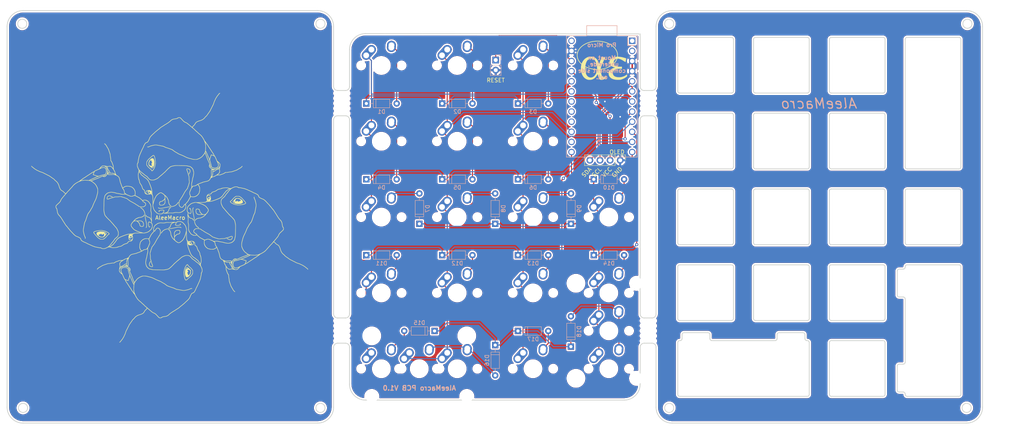
<source format=kicad_pcb>
(kicad_pcb (version 20171130) (host pcbnew "(5.1.4)-1")
  (layers (0 F.Cu signal) (31 B.Cu signal) (34 B.Paste user) (35 F.Paste user) (36 B.SilkS user) (37 F.SilkS user) (38 B.Mask user) (39 F.Mask user) (44 Edge.Cuts user))
  (net 0 "")
  (net 1 "Net-(D1-Pad2)")
  (net 2 "Net-(D2-Pad2)")
  (net 3 "Net-(D3-Pad2)")
  (net 4 "Net-(D5-Pad2)")
  (net 5 "Net-(D6-Pad2)")
  (net 6 "Net-(D7-Pad2)")
  (net 7 "Net-(D9-Pad2)")
  (net 8 "Net-(D10-Pad2)")
  (net 9 "Net-(D11-Pad2)")
  (net 10 "Net-(D12-Pad2)")
  (net 11 "Net-(D13-Pad2)")
  (net 12 "Net-(D14-Pad2)")
  (net 13 "Net-(D15-Pad2)")
  (net 14 "Net-(D16-Pad2)")
  (net 15 "Net-(D17-Pad2)")
  (net 16 "Net-(D18-Pad2)")
  (net 17 "Net-(D19-Pad2)")
  (net 18 "Net-(D20-Pad2)")
  (net 19 GND)
  (net 20 ROW0)
  (net 21 ROW1)
  (net 22 ROW2)
  (net 23 ROW3)
  (net 24 ROW4)
  (net 25 COL0)
  (net 26 COL1)
  (net 27 COL2)
  (net 28 COL3)
  (net 29 GNDA)
  (net 30 Earth)
  (net 31 SDA)
  (net 32 SCL)
  (net 33 VCC)
  (net 34 "Net-(SW1-Pad1)")
  (module Connector_PinHeader_2.54mm:PinHeader_1x02_P2.54mm_Vertical (layer B.Cu) (at 148.59 51.816 180)
    (fp_text reference Reset)
    (fp_text value RESET)
    (pad 1 thru_hole rect (at 0 0 180) (size 1.7 1.7) (drill 1) (layers *.Cu *.Mask) (net 34 "Net-(SW1-Pad1)"))
    (pad 2 thru_hole oval (at 0 -2.54 180) (size 1.7 1.7) (drill 1) (layers *.Cu *.Mask) (net 19 GND))
  )
  (module promicro:ProMicro-EnforcedTop (layer B.Cu) (at 175.26 60.96 270)
    (fp_text reference U1 hide)
    (fp_text value ProMicro)
    (pad 24 thru_hole circle (at -13.97 7.62 270) (size 1.6 1.6) (drill 1.1) (layers *.Cu F.Mask))
    (pad 23 thru_hole circle (at -11.43 7.62 270) (size 1.6 1.6) (drill 1.1) (layers *.Cu F.Mask) (net 19 GND))
    (pad 22 thru_hole circle (at -8.89 7.62 270) (size 1.6 1.6) (drill 1.1) (layers *.Cu F.Mask) (net 34 "Net-(SW1-Pad1)"))
    (pad 21 thru_hole circle (at -6.35 7.62 270) (size 1.6 1.6) (drill 1.1) (layers *.Cu F.Mask) (net 33 VCC))
    (pad 20 thru_hole circle (at -3.81 7.62 270) (size 1.6 1.6) (drill 1.1) (layers *.Cu F.Mask) (net 25 COL0))
    (pad 19 thru_hole circle (at -1.27 7.62 270) (size 1.6 1.6) (drill 1.1) (layers *.Cu F.Mask))
    (pad 18 thru_hole circle (at 1.27 7.62 270) (size 1.6 1.6) (drill 1.1) (layers *.Cu F.Mask))
    (pad 17 thru_hole circle (at 3.81 7.62 270) (size 1.6 1.6) (drill 1.1) (layers *.Cu F.Mask))
    (pad 16 thru_hole circle (at 6.35 7.62 270) (size 1.6 1.6) (drill 1.1) (layers *.Cu F.Mask))
    (pad 15 thru_hole circle (at 8.89 7.62 270) (size 1.6 1.6) (drill 1.1) (layers *.Cu F.Mask) (net 26 COL1))
    (pad 14 thru_hole circle (at 11.43 7.62 270) (size 1.6 1.6) (drill 1.1) (layers *.Cu F.Mask))
    (pad 13 thru_hole circle (at 13.97 7.62 270) (size 1.6 1.6) (drill 1.1) (layers *.Cu F.Mask) (net 22 ROW2))
    (pad 12 thru_hole circle (at 13.97 -7.62 270) (size 1.6 1.6) (drill 1.1) (layers *.Cu F.Mask) (net 28 COL3))
    (pad 11 thru_hole circle (at 11.43 -7.62 270) (size 1.6 1.6) (drill 1.1) (layers *.Cu F.Mask) (net 24 ROW4))
    (pad 10 thru_hole circle (at 8.89 -7.62 270) (size 1.6 1.6) (drill 1.1) (layers *.Cu F.Mask) (net 23 ROW3))
    (pad 9 thru_hole circle (at 6.35 -7.62 270) (size 1.6 1.6) (drill 1.1) (layers *.Cu F.Mask) (net 27 COL2))
    (pad 8 thru_hole circle (at 3.81 -7.62 270) (size 1.6 1.6) (drill 1.1) (layers *.Cu F.Mask) (net 21 ROW1))
    (pad 7 thru_hole circle (at 1.27 -7.62 270) (size 1.6 1.6) (drill 1.1) (layers *.Cu F.Mask) (net 20 ROW0))
    (pad 6 thru_hole circle (at -1.27 -7.62 270) (size 1.6 1.6) (drill 1.1) (layers *.Cu F.Mask) (net 32 SCL))
    (pad 5 thru_hole circle (at -3.81 -7.62 270) (size 1.6 1.6) (drill 1.1) (layers *.Cu F.Mask) (net 31 SDA))
    (pad 4 thru_hole circle (at -6.35 -7.62 270) (size 1.6 1.6) (drill 1.1) (layers *.Cu F.Mask) (net 19 GND))
    (pad 3 thru_hole circle (at -8.89 -7.62 270) (size 1.6 1.6) (drill 1.1) (layers *.Cu F.Mask) (net 19 GND))
    (pad 2 thru_hole circle (at -11.43 -7.62 270) (size 1.6 1.6) (drill 1.1) (layers *.Cu F.Mask))
    (pad 1 thru_hole rect (at -13.97 -7.62 270) (size 1.6 1.6) (drill 1.1) (layers *.Cu F.Mask))
  )
  (module MX_Alps_Hybrid:MX-1U-NoLED (layer F.Cu) (at 138.90625 110.33125)
    (fp_text reference MX12)
    (fp_text value MX-1U)
    (pad "" np_thru_hole circle (at 5.08 0 48.0996) (size 1.75 1.75) (drill 1.75) (layers *.Cu *.Mask))
    (pad "" np_thru_hole circle (at -5.08 0 48.0996) (size 1.75 1.75) (drill 1.75) (layers *.Cu *.Mask))
    (pad 1 thru_hole circle (at -2.5 -4) (size 2.25 2.25) (drill 1.47) (layers *.Cu B.Mask) (net 26 COL1))
    (pad "" np_thru_hole circle (at 0 0) (size 3.9878 3.9878) (drill 3.9878) (layers *.Cu *.Mask))
    (pad 1 thru_hole oval (at -3.81 -2.54 48.0996) (size 4.211556 2.25) (drill 1.47 (offset 0.980778 0)) (layers *.Cu B.Mask) (net 26 COL1))
    (pad 2 thru_hole circle (at 2.54 -5.08) (size 2.25 2.25) (drill 1.47) (layers *.Cu B.Mask) (net 12 "Net-(D14-Pad2)"))
    (pad 2 thru_hole oval (at 2.5 -4.5 86.0548) (size 2.831378 2.25) (drill 1.47 (offset 0.290689 0)) (layers *.Cu B.Mask) (net 12 "Net-(D14-Pad2)"))
  )
  (module MX_Alps_Hybrid:MX-1U-NoLED (layer F.Cu) (at 157.95625 72.23125)
    (fp_text reference MX6)
    (fp_text value MX-1U)
    (pad 2 thru_hole oval (at 2.5 -4.5 86.0548) (size 2.831378 2.25) (drill 1.47 (offset 0.290689 0)) (layers *.Cu B.Mask) (net 6 "Net-(D7-Pad2)"))
    (pad 2 thru_hole circle (at 2.54 -5.08) (size 2.25 2.25) (drill 1.47) (layers *.Cu B.Mask) (net 6 "Net-(D7-Pad2)"))
    (pad 1 thru_hole oval (at -3.81 -2.54 48.0996) (size 4.211556 2.25) (drill 1.47 (offset 0.980778 0)) (layers *.Cu B.Mask) (net 27 COL2))
    (pad "" np_thru_hole circle (at 0 0) (size 3.9878 3.9878) (drill 3.9878) (layers *.Cu *.Mask))
    (pad 1 thru_hole circle (at -2.5 -4) (size 2.25 2.25) (drill 1.47) (layers *.Cu B.Mask) (net 27 COL2))
    (pad "" np_thru_hole circle (at -5.08 0 48.0996) (size 1.75 1.75) (drill 1.75) (layers *.Cu *.Mask))
    (pad "" np_thru_hole circle (at 5.08 0 48.0996) (size 1.75 1.75) (drill 1.75) (layers *.Cu *.Mask))
  )
  (module MX_Alps_Hybrid:MX-1U-NoLED (layer F.Cu) (at 119.85625 72.23125)
    (fp_text reference MX4)
    (fp_text value MX-1U)
    (pad 2 thru_hole oval (at 2.5 -4.5 86.0548) (size 2.831378 2.25) (drill 1.47 (offset 0.290689 0)) (layers *.Cu B.Mask) (net 4 "Net-(D5-Pad2)"))
    (pad 2 thru_hole circle (at 2.54 -5.08) (size 2.25 2.25) (drill 1.47) (layers *.Cu B.Mask) (net 4 "Net-(D5-Pad2)"))
    (pad 1 thru_hole oval (at -3.81 -2.54 48.0996) (size 4.211556 2.25) (drill 1.47 (offset 0.980778 0)) (layers *.Cu B.Mask) (net 25 COL0))
    (pad "" np_thru_hole circle (at 0 0) (size 3.9878 3.9878) (drill 3.9878) (layers *.Cu *.Mask))
    (pad 1 thru_hole circle (at -2.5 -4) (size 2.25 2.25) (drill 1.47) (layers *.Cu B.Mask) (net 25 COL0))
    (pad "" np_thru_hole circle (at -5.08 0 48.0996) (size 1.75 1.75) (drill 1.75) (layers *.Cu *.Mask))
    (pad "" np_thru_hole circle (at 5.08 0 48.0996) (size 1.75 1.75) (drill 1.75) (layers *.Cu *.Mask))
  )
  (module locallib:woofer3 (layer F.Cu) (at 50.8 87.884 180)
    (fp_text reference G*** hide)
    (fp_text value LOGO hide)
  )
  (module locallib:woofer3 (layer F.Cu) (at 63.5 103.886 270)
    (fp_text reference G*** hide)
    (fp_text value LOGO hide)
  )
  (module locallib:woofer3 (layer F.Cu) (at 69.85 78.994 90)
    (fp_text reference G*** hide)
    (fp_text value LOGO hide)
  )
  (module locallib:woofer3 (layer F.Cu) (at 82.55 94.996)
    (fp_text reference G*** hide)
    (fp_text value LOGO hide)
  )
  (module locallib:alee9-mini (layer F.Cu) (at 175.26 52.07)
    (fp_text reference G*** hide)
    (fp_text value LOGO hide)
  )
  (module locallib:outline (layer F.Cu) (at 281.08275 146.84375)
    (fp_text reference O1)
    (fp_text value Outline)
    (fp_arc (start -35.155 -81.175) (end -34.655 -81.175) (angle -90) (layer Edge.Cuts) (width 0.2))
    (fp_arc (start -48.155 -43.075) (end -48.155 -43.575) (angle -90) (layer Edge.Cuts) (width 0.2))
    (fp_arc (start -86.255 -100.225) (end -86.255 -100.725) (angle -90) (layer Edge.Cuts) (width 0.2))
    (fp_line (start -15.605 -49.125) (end -15.605 -62.125) (layer Edge.Cuts) (width 0.2))
    (fp_arc (start -16.105 -49.125) (end -16.105 -48.625) (angle -90) (layer Edge.Cuts) (width 0.2))
    (fp_line (start -86.755 -100.225) (end -86.755 -87.225) (layer Edge.Cuts) (width 0.2))
    (fp_arc (start -48.155 -68.175) (end -48.655 -68.175) (angle -90) (layer Edge.Cuts) (width 0.2))
    (fp_line (start -35.155 -43.575) (end -48.155 -43.575) (layer Edge.Cuts) (width 0.2))
    (fp_line (start -29.105 -48.625) (end -16.105 -48.625) (layer Edge.Cuts) (width 0.2))
    (fp_arc (start -29.105 -49.125) (end -29.605 -49.125) (angle -90) (layer Edge.Cuts) (width 0.2))
    (fp_line (start -34.655 -49.125) (end -34.655 -62.125) (layer Edge.Cuts) (width 0.2))
    (fp_arc (start -54.205 -68.175) (end -54.205 -67.675) (angle -90) (layer Edge.Cuts) (width 0.2))
    (fp_arc (start -29.105 -62.125) (end -29.105 -62.625) (angle -90) (layer Edge.Cuts) (width 0.2))
    (fp_arc (start -35.155 -49.125) (end -35.155 -48.625) (angle -90) (layer Edge.Cuts) (width 0.2))
    (fp_line (start -48.155 -48.625) (end -35.155 -48.625) (layer Edge.Cuts) (width 0.2))
    (fp_arc (start -48.155 -62.125) (end -48.155 -62.625) (angle -90) (layer Edge.Cuts) (width 0.2))
    (fp_line (start -54.205 -81.675) (end -67.205 -81.675) (layer Edge.Cuts) (width 0.2))
    (fp_line (start -86.255 -86.725) (end -73.255 -86.725) (layer Edge.Cuts) (width 0.2))
    (fp_arc (start -35.155 -62.125) (end -34.655 -62.125) (angle -90) (layer Edge.Cuts) (width 0.2))
    (fp_line (start -53.705 -68.175) (end -53.705 -81.175) (layer Edge.Cuts) (width 0.2))
    (fp_arc (start -16.105 -62.125) (end -15.605 -62.125) (angle -90) (layer Edge.Cuts) (width 0.2))
    (fp_arc (start -67.205 -81.175) (end -67.205 -81.675) (angle -90) (layer Edge.Cuts) (width 0.2))
    (fp_line (start -67.205 -67.675) (end -54.205 -67.675) (layer Edge.Cuts) (width 0.2))
    (fp_line (start -67.705 -81.175) (end -67.705 -68.175) (layer Edge.Cuts) (width 0.2))
    (fp_arc (start -35.155 -43.075) (end -34.655 -43.075) (angle -90) (layer Edge.Cuts) (width 0.2))
    (fp_arc (start -73.255 -100.225) (end -72.755 -100.225) (angle -90) (layer Edge.Cuts) (width 0.2))
    (fp_line (start -48.655 -62.125) (end -48.655 -49.125) (layer Edge.Cuts) (width 0.2))
    (fp_arc (start -73.255 -87.225) (end -73.255 -86.725) (angle -90) (layer Edge.Cuts) (width 0.2))
    (fp_line (start -29.605 -62.125) (end -29.605 -49.125) (layer Edge.Cuts) (width 0.2))
    (fp_line (start -48.155 -67.675) (end -35.155 -67.675) (layer Edge.Cuts) (width 0.2))
    (fp_arc (start -54.205 -81.175) (end -53.705 -81.175) (angle -90) (layer Edge.Cuts) (width 0.2))
    (fp_line (start -73.255 -100.725) (end -86.255 -100.725) (layer Edge.Cuts) (width 0.2))
    (fp_line (start -35.155 -24.525) (end -48.155 -24.525) (layer Edge.Cuts) (width 0.2))
    (fp_line (start -34.655 -30.075) (end -34.655 -43.075) (layer Edge.Cuts) (width 0.2))
    (fp_line (start -34.655 -68.175) (end -34.655 -81.175) (layer Edge.Cuts) (width 0.2))
    (fp_arc (start -35.155 -30.075) (end -35.155 -29.575) (angle -90) (layer Edge.Cuts) (width 0.2))
    (fp_line (start -16.105 -62.625) (end -29.105 -62.625) (layer Edge.Cuts) (width 0.2))
    (fp_line (start -35.155 -62.625) (end -48.155 -62.625) (layer Edge.Cuts) (width 0.2))
    (fp_arc (start -67.205 -68.175) (end -67.705 -68.175) (angle -90) (layer Edge.Cuts) (width 0.2))
    (fp_arc (start -35.155 -68.175) (end -35.155 -67.675) (angle -90) (layer Edge.Cuts) (width 0.2))
    (fp_line (start -48.155 -29.575) (end -35.155 -29.575) (layer Edge.Cuts) (width 0.2))
    (fp_arc (start -86.255 -87.225) (end -86.755 -87.225) (angle -90) (layer Edge.Cuts) (width 0.2))
    (fp_line (start -72.755 -87.225) (end -72.755 -100.225) (layer Edge.Cuts) (width 0.2))
    (fp_arc (start -48.155 -49.125) (end -48.655 -49.125) (angle -90) (layer Edge.Cuts) (width 0.2))
    (fp_arc (start -48.155 -30.075) (end -48.655 -30.075) (angle -90) (layer Edge.Cuts) (width 0.2))
    (fp_line (start -48.655 -43.075) (end -48.655 -30.075) (layer Edge.Cuts) (width 0.2))
    (fp_arc (start -67.205 -87.225) (end -67.705 -87.225) (angle -90) (layer Edge.Cuts) (width 0.2))
    (fp_arc (start -86.255 -62.125) (end -86.255 -62.625) (angle -90) (layer Edge.Cuts) (width 0.2))
    (fp_arc (start -54.205 -62.125) (end -53.705 -62.125) (angle -90) (layer Edge.Cuts) (width 0.2))
    (fp_arc (start -54.205 -49.125) (end -54.205 -48.625) (angle -90) (layer Edge.Cuts) (width 0.2))
    (fp_line (start -67.705 -62.125) (end -67.705 -49.125) (layer Edge.Cuts) (width 0.2))
    (fp_arc (start -35.155 -24.025) (end -34.655 -24.025) (angle -90) (layer Edge.Cuts) (width 0.2))
    (fp_line (start -67.205 -48.625) (end -54.205 -48.625) (layer Edge.Cuts) (width 0.2))
    (fp_arc (start -67.205 -100.225) (end -67.205 -100.725) (angle -90) (layer Edge.Cuts) (width 0.2))
    (fp_line (start -54.205 -62.625) (end -67.205 -62.625) (layer Edge.Cuts) (width 0.2))
    (fp_line (start -53.705 -87.225) (end -53.705 -100.225) (layer Edge.Cuts) (width 0.2))
    (fp_line (start -72.755 -49.125) (end -72.755 -62.125) (layer Edge.Cuts) (width 0.2))
    (fp_line (start -86.255 -81.675) (end -73.255 -81.675) (layer Edge.Cuts) (width 0.2))
    (fp_arc (start -73.255 -68.175) (end -73.255 -67.675) (angle -90) (layer Edge.Cuts) (width 0.2))
    (fp_line (start -72.755 -81.175) (end -72.755 -68.175) (layer Edge.Cuts) (width 0.2))
    (fp_arc (start -35.155 -11.025) (end -35.155 -10.525) (angle -90) (layer Edge.Cuts) (width 0.2))
    (fp_arc (start -54.205 -87.225) (end -54.205 -86.725) (angle -90) (layer Edge.Cuts) (width 0.2))
    (fp_line (start -67.205 -86.725) (end -54.205 -86.725) (layer Edge.Cuts) (width 0.2))
    (fp_line (start -48.155 -10.525) (end -35.155 -10.525) (layer Edge.Cuts) (width 0.2))
    (fp_arc (start -73.255 -81.175) (end -72.755 -81.175) (angle -90) (layer Edge.Cuts) (width 0.2))
    (fp_line (start -67.705 -100.225) (end -67.705 -87.225) (layer Edge.Cuts) (width 0.2))
    (fp_arc (start -86.255 -68.175) (end -86.755 -68.175) (angle -90) (layer Edge.Cuts) (width 0.2))
    (fp_arc (start -48.155 -24.025) (end -48.155 -24.525) (angle -90) (layer Edge.Cuts) (width 0.2))
    (fp_arc (start -73.255 -62.125) (end -72.755 -62.125) (angle -90) (layer Edge.Cuts) (width 0.2))
    (fp_line (start -73.255 -62.625) (end -86.255 -62.625) (layer Edge.Cuts) (width 0.2))
    (fp_line (start -73.255 -67.675) (end -86.255 -67.675) (layer Edge.Cuts) (width 0.2))
    (fp_line (start -86.755 -68.175) (end -86.755 -81.175) (layer Edge.Cuts) (width 0.2))
    (fp_line (start -34.655 -11.025) (end -34.655 -24.025) (layer Edge.Cuts) (width 0.2))
    (fp_line (start -48.655 -24.025) (end -48.655 -11.025) (layer Edge.Cuts) (width 0.2))
    (fp_arc (start -67.205 -49.125) (end -67.705 -49.125) (angle -90) (layer Edge.Cuts) (width 0.2))
    (fp_arc (start -54.205 -100.225) (end -53.705 -100.225) (angle -90) (layer Edge.Cuts) (width 0.2))
    (fp_arc (start -86.255 -49.125) (end -86.755 -49.125) (angle -90) (layer Edge.Cuts) (width 0.2))
    (fp_arc (start -73.255 -49.125) (end -73.255 -48.625) (angle -90) (layer Edge.Cuts) (width 0.2))
    (fp_arc (start -86.255 -81.175) (end -86.255 -81.675) (angle -90) (layer Edge.Cuts) (width 0.2))
    (fp_line (start -86.255 -48.625) (end -73.255 -48.625) (layer Edge.Cuts) (width 0.2))
    (fp_arc (start -48.155 -11.025) (end -48.655 -11.025) (angle -90) (layer Edge.Cuts) (width 0.2))
    (fp_line (start -53.705 -49.125) (end -53.705 -62.125) (layer Edge.Cuts) (width 0.2))
    (fp_line (start -86.755 -62.125) (end -86.755 -49.125) (layer Edge.Cuts) (width 0.2))
    (fp_arc (start -67.205 -62.125) (end -67.205 -62.625) (angle -90) (layer Edge.Cuts) (width 0.2))
    (fp_line (start -54.205 -100.725) (end -67.205 -100.725) (layer Edge.Cuts) (width 0.2))
    (fp_arc (start -16.105 -43.075) (end -15.605 -43.075) (angle -90) (layer Edge.Cuts) (width 0.2))
    (fp_arc (start -16.105 -11.025) (end -16.105 -10.525) (angle -90) (layer Edge.Cuts) (width 0.2))
    (fp_arc (start -78.168 -25.025) (end -78.668 -25.025) (angle -90) (layer Edge.Cuts) (width 0.2))
    (fp_line (start -29.605 -11.112) (end -29.605 -11.025) (layer Edge.Cuts) (width 0.2))
    (fp_arc (start -30.105 -11.112) (end -29.605 -11.112) (angle -90) (layer Edge.Cuts) (width 0.2))
    (fp_arc (start -29.105 -11.025) (end -29.605 -11.025) (angle -90) (layer Edge.Cuts) (width 0.2))
    (fp_line (start -29.605 -43.075) (end -29.605 -42.988) (layer Edge.Cuts) (width 0.2))
    (fp_arc (start -29.105 -43.075) (end -29.105 -43.575) (angle -90) (layer Edge.Cuts) (width 0.2))
    (fp_line (start -15.605 -11.025) (end -15.605 -43.075) (layer Edge.Cuts) (width 0.2))
    (fp_line (start -16.105 -43.575) (end -29.105 -43.575) (layer Edge.Cuts) (width 0.2))
    (fp_line (start -29.105 -10.525) (end -16.105 -10.525) (layer Edge.Cuts) (width 0.2))
    (fp_arc (start -55.292 -26.025) (end -54.792 -26.025) (angle -90) (layer Edge.Cuts) (width 0.2))
    (fp_line (start -54.205 -24.525) (end -54.292 -24.525) (layer Edge.Cuts) (width 0.2))
    (fp_arc (start -62.292 -25.025) (end -62.292 -24.525) (angle -90) (layer Edge.Cuts) (width 0.2))
    (fp_line (start -61.792 -26.025) (end -61.792 -25.025) (layer Edge.Cuts) (width 0.2))
    (fp_arc (start -54.292 -25.025) (end -54.792 -25.025) (angle -90) (layer Edge.Cuts) (width 0.2))
    (fp_line (start -53.705 -11.025) (end -53.705 -24.025) (layer Edge.Cuts) (width 0.2))
    (fp_arc (start -61.292 -26.025) (end -61.292 -26.525) (angle -90) (layer Edge.Cuts) (width 0.2))
    (fp_line (start -54.792 -25.025) (end -54.792 -26.025) (layer Edge.Cuts) (width 0.2))
    (fp_arc (start -54.205 -24.025) (end -53.705 -24.025) (angle -90) (layer Edge.Cuts) (width 0.2))
    (fp_line (start -55.292 -26.525) (end -61.292 -26.525) (layer Edge.Cuts) (width 0.2))
    (fp_arc (start -54.205 -11.025) (end -54.205 -10.525) (angle -90) (layer Edge.Cuts) (width 0.2))
    (fp_line (start -29.605 -100.138) (end -29.605 -68.262) (layer Edge.Cuts) (width 0.2))
    (fp_line (start -29.605 -68.262) (end -29.605 -68.175) (layer Edge.Cuts) (width 0.2))
    (fp_arc (start -29.105 -68.175) (end -29.605 -68.175) (angle -90) (layer Edge.Cuts) (width 0.2))
    (fp_line (start -15.605 -68.175) (end -15.605 -100.225) (layer Edge.Cuts) (width 0.2))
    (fp_arc (start -16.105 -68.175) (end -16.105 -67.675) (angle -90) (layer Edge.Cuts) (width 0.2))
    (fp_arc (start -29.105 -100.225) (end -29.105 -100.725) (angle -90) (layer Edge.Cuts) (width 0.2))
    (fp_arc (start -31.105 -41.988) (end -31.105 -42.488) (angle -90) (layer Edge.Cuts) (width 0.2))
    (fp_line (start -30.105 -42.488) (end -31.105 -42.488) (layer Edge.Cuts) (width 0.2))
    (fp_arc (start -30.105 -42.988) (end -30.105 -42.488) (angle -90) (layer Edge.Cuts) (width 0.2))
    (fp_line (start -29.605 -100.225) (end -29.605 -100.138) (layer Edge.Cuts) (width 0.2))
    (fp_line (start -16.105 -100.725) (end -29.105 -100.725) (layer Edge.Cuts) (width 0.2))
    (fp_arc (start -16.105 -100.225) (end -15.605 -100.225) (angle -90) (layer Edge.Cuts) (width 0.2))
    (fp_line (start -29.105 -67.675) (end -16.105 -67.675) (layer Edge.Cuts) (width 0.2))
    (fp_arc (start -79.168 -26.025) (end -78.668 -26.025) (angle -90) (layer Edge.Cuts) (width 0.2))
    (fp_arc (start -85.168 -26.025) (end -85.168 -26.525) (angle -90) (layer Edge.Cuts) (width 0.2))
    (fp_line (start -78.668 -25.025) (end -78.668 -26.025) (layer Edge.Cuts) (width 0.2))
    (fp_arc (start -86.255 -24.025) (end -86.255 -24.525) (angle -90) (layer Edge.Cuts) (width 0.2))
    (fp_line (start -86.255 -10.525) (end -54.205 -10.525) (layer Edge.Cuts) (width 0.2))
    (fp_arc (start -86.255 -11.025) (end -86.755 -11.025) (angle -90) (layer Edge.Cuts) (width 0.2))
    (fp_line (start -86.755 -24.025) (end -86.755 -11.025) (layer Edge.Cuts) (width 0.2))
    (fp_line (start -86.168 -24.525) (end -86.255 -24.525) (layer Edge.Cuts) (width 0.2))
    (fp_arc (start -86.168 -25.025) (end -86.168 -24.525) (angle -90) (layer Edge.Cuts) (width 0.2))
    (fp_line (start -79.168 -26.525) (end -85.168 -26.525) (layer Edge.Cuts) (width 0.2))
    (fp_line (start -85.668 -26.025) (end -85.668 -25.025) (layer Edge.Cuts) (width 0.2))
    (fp_line (start -92.2 -7.81) (end -92.2 -22.875) (layer Edge.Cuts) (width 0.2))
    (fp_line (start -96.2 -101.6) (end -96.2 -88.375) (layer Edge.Cuts) (width 0.2))
    (fp_arc (start -95.2 -88.375) (end -96.2 -88.375) (angle -90) (layer Edge.Cuts) (width 0.2))
    (fp_arc (start -95.2 -22.875) (end -95.2 -23.875) (angle -90) (layer Edge.Cuts) (width 0.2))
    (fp_arc (start -93.2 -22.875) (end -92.2 -22.875) (angle -90) (layer Edge.Cuts) (width 0.2))
    (fp_arc (start -93.2 -88.375) (end -93.2 -87.375) (angle -90) (layer Edge.Cuts) (width 0.2))
    (fp_arc (start -14.16 -103.44) (end -10.16 -103.44) (angle -90) (layer Edge.Cuts) (width 0.2))
    (fp_line (start -95.2 -87.375) (end -93.2 -87.375) (layer Edge.Cuts) (width 0.2))
    (fp_line (start -100.2 -9.5875) (end -165.225 -9.5875) (layer Edge.Cuts) (width 0.2))
    (fp_line (start -62.292 -24.525) (end -78.168 -24.525) (layer Edge.Cuts) (width 0.2))
    (fp_line (start -96.2 -22.875) (end -96.2 -13.5875) (layer Edge.Cuts) (width 0.2))
    (fp_line (start -93.2 -23.875) (end -95.2 -23.875) (layer Edge.Cuts) (width 0.2))
    (fp_arc (start -88.2 -7.81) (end -92.2 -7.81) (angle -90) (layer Edge.Cuts) (width 0.2))
    (fp_line (start -10.16 -103.44) (end -10.16 -7.81) (layer Edge.Cuts) (width 0.2))
    (fp_arc (start -88.2 -103.44) (end -88.2 -107.44) (angle -90) (layer Edge.Cuts) (width 0.2))
    (fp_arc (start -100.2 -13.5875) (end -100.2 -9.5875) (angle -90) (layer Edge.Cuts) (width 0.2))
    (fp_line (start -14.16 -3.81) (end -88.2 -3.81) (layer Edge.Cuts) (width 0.2))
    (fp_line (start -92.2 -88.375) (end -92.2 -103.44) (layer Edge.Cuts) (width 0.2))
    (fp_line (start -88.2 -107.44) (end -14.16 -107.44) (layer Edge.Cuts) (width 0.2))
    (fp_arc (start -14.16 -7.81) (end -14.16 -3.81) (angle -90) (layer Edge.Cuts) (width 0.2))
    (fp_line (start -165.225 -101.6625) (end -96.2 -101.6) (layer Edge.Cuts) (width 0.2))
    (fp_arc (start -165.225 -97.6625) (end -165.225 -101.6625) (angle -90) (layer Edge.Cuts) (width 0.2))
    (fp_arc (start -67.205 -30.075) (end -67.705 -30.075) (angle -90) (layer Edge.Cuts) (width 0.2))
    (fp_line (start -67.205 -29.575) (end -54.205 -29.575) (layer Edge.Cuts) (width 0.2))
    (fp_line (start -72.755 -30.075) (end -72.755 -43.075) (layer Edge.Cuts) (width 0.2))
    (fp_arc (start -48.155 -87.225) (end -48.655 -87.225) (angle -90) (layer Edge.Cuts) (width 0.2))
    (fp_line (start -86.255 -29.575) (end -73.255 -29.575) (layer Edge.Cuts) (width 0.2))
    (fp_line (start -35.155 -86.725) (end -48.155 -86.725) (layer Edge.Cuts) (width 0.2))
    (fp_arc (start -54.205 -30.075) (end -54.205 -29.575) (angle -90) (layer Edge.Cuts) (width 0.2))
    (fp_arc (start -73.255 -30.075) (end -73.255 -29.575) (angle -90) (layer Edge.Cuts) (width 0.2))
    (fp_line (start -73.255 -43.575) (end -86.255 -43.575) (layer Edge.Cuts) (width 0.2))
    (fp_line (start -48.655 -87.225) (end -48.655 -100.225) (layer Edge.Cuts) (width 0.2))
    (fp_arc (start -35.155 -87.225) (end -35.155 -86.725) (angle -90) (layer Edge.Cuts) (width 0.2))
    (fp_line (start -67.705 -43.075) (end -67.705 -30.075) (layer Edge.Cuts) (width 0.2))
    (fp_line (start -86.755 -43.075) (end -86.755 -30.075) (layer Edge.Cuts) (width 0.2))
    (fp_arc (start -73.255 -43.075) (end -72.755 -43.075) (angle -90) (layer Edge.Cuts) (width 0.2))
    (fp_arc (start -86.255 -43.075) (end -86.255 -43.575) (angle -90) (layer Edge.Cuts) (width 0.2))
    (fp_line (start -48.655 -81.175) (end -48.655 -68.175) (layer Edge.Cuts) (width 0.2))
    (fp_arc (start -67.205 -43.075) (end -67.205 -43.575) (angle -90) (layer Edge.Cuts) (width 0.2))
    (fp_arc (start -48.155 -81.175) (end -48.155 -81.675) (angle -90) (layer Edge.Cuts) (width 0.2))
    (fp_line (start -54.205 -43.575) (end -67.205 -43.575) (layer Edge.Cuts) (width 0.2))
    (fp_line (start -35.155 -81.675) (end -48.155 -81.675) (layer Edge.Cuts) (width 0.2))
    (fp_arc (start -54.205 -43.075) (end -53.705 -43.075) (angle -90) (layer Edge.Cuts) (width 0.2))
    (fp_line (start -53.705 -30.075) (end -53.705 -43.075) (layer Edge.Cuts) (width 0.2))
    (fp_arc (start -86.255 -30.075) (end -86.755 -30.075) (angle -90) (layer Edge.Cuts) (width 0.2))
    (fp_line (start -29.605 -34.988) (end -29.605 -19.112) (layer Edge.Cuts) (width 0.2))
    (fp_arc (start -30.105 -34.988) (end -29.605 -34.988) (angle -90) (layer Edge.Cuts) (width 0.2))
    (fp_line (start -31.605 -41.988) (end -31.605 -35.988) (layer Edge.Cuts) (width 0.2))
    (fp_line (start -31.105 -11.612) (end -30.105 -11.612) (layer Edge.Cuts) (width 0.2))
    (fp_arc (start -31.105 -12.112) (end -31.605 -12.112) (angle -90) (layer Edge.Cuts) (width 0.2))
    (fp_line (start -31.605 -18.112) (end -31.605 -12.112) (layer Edge.Cuts) (width 0.2))
    (fp_arc (start -31.105 -18.112) (end -31.105 -18.612) (angle -90) (layer Edge.Cuts) (width 0.2))
    (fp_line (start -30.105 -18.612) (end -31.105 -18.612) (layer Edge.Cuts) (width 0.2))
    (fp_arc (start -30.105 -19.112) (end -30.105 -18.612) (angle -90) (layer Edge.Cuts) (width 0.2))
    (fp_line (start -31.105 -35.488) (end -30.105 -35.488) (layer Edge.Cuts) (width 0.2))
    (fp_arc (start -31.105 -35.988) (end -31.605 -35.988) (angle -90) (layer Edge.Cuts) (width 0.2))
    (fp_arc (start -165.225 -13.5875) (end -169.225 -13.5875) (angle -90) (layer Edge.Cuts) (width 0.2))
    (fp_line (start -169.225 -13.5875) (end -169.225 -22.875) (layer Edge.Cuts) (width 0.2))
    (fp_arc (start -170.225 -88.375) (end -170.225 -87.375) (angle -90) (layer Edge.Cuts) (width 0.2))
    (fp_line (start -96.2 -80.025) (end -96.2 -31.225) (layer Edge.Cuts) (width 0.2))
    (fp_arc (start -95.2 -80.025) (end -95.2 -81.025) (angle -90) (layer Edge.Cuts) (width 0.2))
    (fp_arc (start -172.225 -88.375) (end -173.225 -88.375) (angle -90) (layer Edge.Cuts) (width 0.2))
    (fp_arc (start -170.225 -22.875) (end -169.225 -22.875) (angle -90) (layer Edge.Cuts) (width 0.2))
    (fp_line (start -173.225 -103.44) (end -173.225 -88.375) (layer Edge.Cuts) (width 0.2))
    (fp_line (start -251.265 -107.44) (end -177.225 -107.44) (layer Edge.Cuts) (width 0.2))
    (fp_line (start -93.2 -81.025) (end -95.2 -81.025) (layer Edge.Cuts) (width 0.2))
    (fp_line (start -173.225 -22.875) (end -173.225 -7.81) (layer Edge.Cuts) (width 0.2))
    (fp_line (start -255.265 -7.81) (end -255.265 -103.44) (layer Edge.Cuts) (width 0.2))
    (fp_arc (start -177.225 -7.81) (end -177.225 -3.81) (angle -90) (layer Edge.Cuts) (width 0.2))
    (fp_line (start -170.225 -23.875) (end -172.225 -23.875) (layer Edge.Cuts) (width 0.2))
    (fp_line (start -177.225 -3.81) (end -251.265 -3.81) (layer Edge.Cuts) (width 0.2))
    (fp_line (start -169.225 -88.375) (end -169.225 -97.6625) (layer Edge.Cuts) (width 0.2))
    (fp_arc (start -251.265 -7.81) (end -255.265 -7.81) (angle -90) (layer Edge.Cuts) (width 0.2))
    (fp_arc (start -177.225 -103.44) (end -173.225 -103.44) (angle -90) (layer Edge.Cuts) (width 0.2))
    (fp_line (start -172.225 -87.375) (end -170.225 -87.375) (layer Edge.Cuts) (width 0.2))
    (fp_arc (start -93.2 -80.025) (end -92.2 -80.025) (angle -90) (layer Edge.Cuts) (width 0.2))
    (fp_arc (start -251.265 -103.44) (end -251.265 -107.44) (angle -90) (layer Edge.Cuts) (width 0.2))
    (fp_line (start -92.2 -31.225) (end -92.2 -80.025) (layer Edge.Cuts) (width 0.2))
    (fp_arc (start -172.225 -22.875) (end -172.225 -23.875) (angle -90) (layer Edge.Cuts) (width 0.2))
    (fp_arc (start -35.155 -100.225) (end -34.655 -100.225) (angle -90) (layer Edge.Cuts) (width 0.2))
    (fp_line (start -48.155 -100.725) (end -35.155 -100.725) (layer Edge.Cuts) (width 0.2))
    (fp_line (start -169.225 -31.225) (end -169.225 -80.025) (layer Edge.Cuts) (width 0.2))
    (fp_line (start -172.225 -30.225) (end -170.225 -30.225) (layer Edge.Cuts) (width 0.2))
    (fp_circle (center -14.16 -7.62) (end -13.01 -7.62) (layer Edge.Cuts) (width 0.2))
    (fp_arc (start -48.155 -100.225) (end -48.155 -100.725) (angle -90) (layer Edge.Cuts) (width 0.2))
    (fp_circle (center -88.9 -104.14) (end -87.75 -104.14) (layer Edge.Cuts) (width 0.2))
    (fp_circle (center -176.53 -7.62) (end -175.38 -7.62) (layer Edge.Cuts) (width 0.2))
    (fp_arc (start -172.225 -80.025) (end -172.225 -81.025) (angle -90) (layer Edge.Cuts) (width 0.2))
    (fp_circle (center -251.46 -104.14) (end -250.31 -104.14) (layer Edge.Cuts) (width 0.2))
    (fp_line (start -173.225 -80.025) (end -173.225 -31.225) (layer Edge.Cuts) (width 0.2))
    (fp_circle (center -176.53 -104.14) (end -175.38 -104.14) (layer Edge.Cuts) (width 0.2))
    (fp_line (start -170.225 -81.025) (end -172.225 -81.025) (layer Edge.Cuts) (width 0.2))
    (fp_circle (center -88.9 -7.62) (end -87.75 -7.62) (layer Edge.Cuts) (width 0.2))
    (fp_circle (center -13.97 -104.14) (end -12.82 -104.14) (layer Edge.Cuts) (width 0.2))
    (fp_circle (center -251.265 -7.62) (end -250.115 -7.62) (layer Edge.Cuts) (width 0.2))
    (fp_arc (start -170.225 -80.025) (end -169.225 -80.025) (angle -90) (layer Edge.Cuts) (width 0.2))
    (fp_arc (start -170.225 -31.225) (end -170.225 -30.225) (angle -90) (layer Edge.Cuts) (width 0.2))
    (fp_line (start -95.2 -30.225) (end -93.2 -30.225) (layer Edge.Cuts) (width 0.2))
    (fp_arc (start -93.2 -31.225) (end -93.2 -30.225) (angle -90) (layer Edge.Cuts) (width 0.2))
    (fp_arc (start -95.2 -31.225) (end -96.2 -31.225) (angle -90) (layer Edge.Cuts) (width 0.2))
    (fp_line (start -34.655 -100.225) (end -34.655 -87.225) (layer Edge.Cuts) (width 0.2))
    (fp_arc (start -172.225 -31.225) (end -173.225 -31.225) (angle -90) (layer Edge.Cuts) (width 0.2))
    (pad 2 smd circle (at -176.53 -54.102) (size 1.524 1.524) (layers F.Cu) (net 29 GNDA))
    (pad 2 smd circle (at -176.53 -54.102) (size 1.524 1.524) (layers B.Cu) (net 29 GNDA))
    (pad 1 smd circle (at -22.86 -45.72) (size 1.524 1.524) (layers F.Cu) (net 30 Earth))
    (pad 1 smd circle (at -22.86 -45.72) (size 1.524 1.524) (layers B.Cu) (net 30 Earth))
  )
  (module MX_Alps_Hybrid:MX-1U-NoLED (layer F.Cu) (at 157.95625 53.18125)
    (fp_text reference MX3)
    (fp_text value MX-1U)
    (pad 2 thru_hole oval (at 2.5 -4.5 86.0548) (size 2.831378 2.25) (drill 1.47 (offset 0.290689 0)) (layers *.Cu B.Mask) (net 3 "Net-(D3-Pad2)"))
    (pad 2 thru_hole circle (at 2.54 -5.08) (size 2.25 2.25) (drill 1.47) (layers *.Cu B.Mask) (net 3 "Net-(D3-Pad2)"))
    (pad 1 thru_hole oval (at -3.81 -2.54 48.0996) (size 4.211556 2.25) (drill 1.47 (offset 0.980778 0)) (layers *.Cu B.Mask) (net 27 COL2))
    (pad "" np_thru_hole circle (at 0 0) (size 3.9878 3.9878) (drill 3.9878) (layers *.Cu *.Mask))
    (pad 1 thru_hole circle (at -2.5 -4) (size 2.25 2.25) (drill 1.47) (layers *.Cu B.Mask) (net 27 COL2))
    (pad "" np_thru_hole circle (at -5.08 0 48.0996) (size 1.75 1.75) (drill 1.75) (layers *.Cu *.Mask))
    (pad "" np_thru_hole circle (at 5.08 0 48.0996) (size 1.75 1.75) (drill 1.75) (layers *.Cu *.Mask))
  )
  (module MX_Alps_Hybrid:MX-1U-NoLED (layer F.Cu) (at 177.00625 110.33125)
    (fp_text reference MX14)
    (fp_text value MX-1U)
    (pad "" np_thru_hole circle (at 5.08 0 48.0996) (size 1.75 1.75) (drill 1.75) (layers *.Cu *.Mask))
    (pad "" np_thru_hole circle (at -5.08 0 48.0996) (size 1.75 1.75) (drill 1.75) (layers *.Cu *.Mask))
    (pad 1 thru_hole circle (at -2.5 -4) (size 2.25 2.25) (drill 1.47) (layers *.Cu B.Mask) (net 28 COL3))
    (pad "" np_thru_hole circle (at 0 0) (size 3.9878 3.9878) (drill 3.9878) (layers *.Cu *.Mask))
    (pad 1 thru_hole oval (at -3.81 -2.54 48.0996) (size 4.211556 2.25) (drill 1.47 (offset 0.980778 0)) (layers *.Cu B.Mask) (net 28 COL3))
    (pad 2 thru_hole circle (at 2.54 -5.08) (size 2.25 2.25) (drill 1.47) (layers *.Cu B.Mask) (net 14 "Net-(D16-Pad2)"))
    (pad 2 thru_hole oval (at 2.5 -4.5 86.0548) (size 2.831378 2.25) (drill 1.47 (offset 0.290689 0)) (layers *.Cu B.Mask) (net 14 "Net-(D16-Pad2)"))
  )
  (module MX_Alps_Hybrid:MX-2U-ReversedStabilizers-NoLED (layer F.Cu) (at 177.00625 119.85625 90)
    (fp_text reference MX18a)
    (fp_text value MX-2U)
    (pad "" np_thru_hole circle (at 11.938 -8.255 90) (size 3.9878 3.9878) (drill 3.9878) (layers *.Cu *.Mask))
    (pad "" np_thru_hole circle (at -11.938 -8.255 90) (size 3.9878 3.9878) (drill 3.9878) (layers *.Cu *.Mask))
    (pad "" np_thru_hole circle (at 11.938 6.985 90) (size 3.048 3.048) (drill 3.048) (layers *.Cu *.Mask))
    (pad "" np_thru_hole circle (at -11.938 6.985 90) (size 3.048 3.048) (drill 3.048) (layers *.Cu *.Mask))
    (pad "" np_thru_hole circle (at 0 5.08 48.0996) (size 1.75 1.75) (drill 1.75) (layers *.Cu *.Mask))
    (pad "" np_thru_hole circle (at 0 -5.08 48.0996) (size 1.75 1.75) (drill 1.75) (layers *.Cu *.Mask))
    (pad 1 thru_hole circle (at 4 -2.5) (size 2.25 2.25) (drill 1.47) (layers *.Cu B.Mask) (net 28 COL3))
    (pad "" np_thru_hole circle (at 0 0) (size 3.9878 3.9878) (drill 3.9878) (layers *.Cu *.Mask))
    (pad 1 thru_hole oval (at 2.54 -3.81 48.0996) (size 4.211556 2.25) (drill 1.47 (offset 0.980778 0)) (layers *.Cu B.Mask) (net 28 COL3))
    (pad 2 thru_hole circle (at 5.08 2.54) (size 2.25 2.25) (drill 1.47) (layers *.Cu B.Mask) (net 18 "Net-(D20-Pad2)"))
    (pad 2 thru_hole oval (at 4.5 2.5 86.0548) (size 2.831378 2.25) (drill 1.47 (offset 0.290689 0)) (layers *.Cu B.Mask) (net 18 "Net-(D20-Pad2)"))
  )
  (module Connector_PinHeader_2.54mm:PinHeader_1x04_P2.54mm_Vertical (layer F.Cu) (at 179.86375 76.99375 270)
    (fp_text reference OLED (at -2.06375 0.79375) (layer F.SilkS))
    (fp_text value Conn_01x04)
    (pad 4 thru_hole oval (at 0 7.62 270) (size 1.7 1.7) (drill 1) (layers *.Cu *.Mask) (net 31 SDA))
    (pad 3 thru_hole oval (at 0 5.08 270) (size 1.7 1.7) (drill 1) (layers *.Cu *.Mask) (net 32 SCL))
    (pad 2 thru_hole oval (at 0 2.54 270) (size 1.7 1.7) (drill 1) (layers *.Cu *.Mask) (net 33 VCC))
    (pad 1 thru_hole oval (at 0 0 270) (size 1.7 1.7) (drill 1) (layers *.Cu *.Mask) (net 19 GND))
  )
  (module MX_Alps_Hybrid:MX-1U-NoLED (layer F.Cu) (at 138.90625 72.23125)
    (fp_text reference MX5)
    (fp_text value MX-1U)
    (pad "" np_thru_hole circle (at 5.08 0 48.0996) (size 1.75 1.75) (drill 1.75) (layers *.Cu *.Mask))
    (pad "" np_thru_hole circle (at -5.08 0 48.0996) (size 1.75 1.75) (drill 1.75) (layers *.Cu *.Mask))
    (pad 1 thru_hole circle (at -2.5 -4) (size 2.25 2.25) (drill 1.47) (layers *.Cu B.Mask) (net 26 COL1))
    (pad "" np_thru_hole circle (at 0 0) (size 3.9878 3.9878) (drill 3.9878) (layers *.Cu *.Mask))
    (pad 1 thru_hole oval (at -3.81 -2.54 48.0996) (size 4.211556 2.25) (drill 1.47 (offset 0.980778 0)) (layers *.Cu B.Mask) (net 26 COL1))
    (pad 2 thru_hole circle (at 2.54 -5.08) (size 2.25 2.25) (drill 1.47) (layers *.Cu B.Mask) (net 5 "Net-(D6-Pad2)"))
    (pad 2 thru_hole oval (at 2.5 -4.5 86.0548) (size 2.831378 2.25) (drill 1.47 (offset 0.290689 0)) (layers *.Cu B.Mask) (net 5 "Net-(D6-Pad2)"))
  )
  (module MX_Alps_Hybrid:MX-1U-NoLED (layer F.Cu) (at 119.85625 91.28125)
    (fp_text reference MX7)
    (fp_text value MX-1U)
    (pad "" np_thru_hole circle (at 5.08 0 48.0996) (size 1.75 1.75) (drill 1.75) (layers *.Cu *.Mask))
    (pad "" np_thru_hole circle (at -5.08 0 48.0996) (size 1.75 1.75) (drill 1.75) (layers *.Cu *.Mask))
    (pad 1 thru_hole circle (at -2.5 -4) (size 2.25 2.25) (drill 1.47) (layers *.Cu B.Mask) (net 25 COL0))
    (pad "" np_thru_hole circle (at 0 0) (size 3.9878 3.9878) (drill 3.9878) (layers *.Cu *.Mask))
    (pad 1 thru_hole oval (at -3.81 -2.54 48.0996) (size 4.211556 2.25) (drill 1.47 (offset 0.980778 0)) (layers *.Cu B.Mask) (net 25 COL0))
    (pad 2 thru_hole circle (at 2.54 -5.08) (size 2.25 2.25) (drill 1.47) (layers *.Cu B.Mask) (net 7 "Net-(D9-Pad2)"))
    (pad 2 thru_hole oval (at 2.5 -4.5 86.0548) (size 2.831378 2.25) (drill 1.47 (offset 0.290689 0)) (layers *.Cu B.Mask) (net 7 "Net-(D9-Pad2)"))
  )
  (module MX_Alps_Hybrid:MX-1U-NoLED (layer F.Cu) (at 138.90625 91.28125)
    (fp_text reference MX8)
    (fp_text value MX-1U)
    (pad "" np_thru_hole circle (at 5.08 0 48.0996) (size 1.75 1.75) (drill 1.75) (layers *.Cu *.Mask))
    (pad "" np_thru_hole circle (at -5.08 0 48.0996) (size 1.75 1.75) (drill 1.75) (layers *.Cu *.Mask))
    (pad 1 thru_hole circle (at -2.5 -4) (size 2.25 2.25) (drill 1.47) (layers *.Cu B.Mask) (net 26 COL1))
    (pad "" np_thru_hole circle (at 0 0) (size 3.9878 3.9878) (drill 3.9878) (layers *.Cu *.Mask))
    (pad 1 thru_hole oval (at -3.81 -2.54 48.0996) (size 4.211556 2.25) (drill 1.47 (offset 0.980778 0)) (layers *.Cu B.Mask) (net 26 COL1))
    (pad 2 thru_hole circle (at 2.54 -5.08) (size 2.25 2.25) (drill 1.47) (layers *.Cu B.Mask) (net 8 "Net-(D10-Pad2)"))
    (pad 2 thru_hole oval (at 2.5 -4.5 86.0548) (size 2.831378 2.25) (drill 1.47 (offset 0.290689 0)) (layers *.Cu B.Mask) (net 8 "Net-(D10-Pad2)"))
  )
  (module Diodes_THT:D_DO-35_SOD27_P7.62mm_Horizontal (layer B.Cu) (at 116.078 62.738)
    (fp_text reference D1 (at 3.81 2.06) (layer B.SilkS) (effects (justify mirror)))
    (fp_text value 1N4148)
    (pad 2 thru_hole oval (at 7.62 0) (size 1.6 1.6) (drill 0.8) (layers *.Cu *.Mask) (net 1 "Net-(D1-Pad2)"))
    (pad 1 thru_hole rect (at 0 0) (size 1.6 1.6) (drill 0.8) (layers *.Cu *.Mask) (net 20 ROW0))
  )
  (module Diodes_THT:D_DO-35_SOD27_P7.62mm_Horizontal (layer B.Cu) (at 135.128 62.738)
    (fp_text reference D2 (at 3.81 2.06) (layer B.SilkS) (effects (justify mirror)))
    (fp_text value 1N4148)
    (pad 2 thru_hole oval (at 7.62 0) (size 1.6 1.6) (drill 0.8) (layers *.Cu *.Mask) (net 2 "Net-(D2-Pad2)"))
    (pad 1 thru_hole rect (at 0 0) (size 1.6 1.6) (drill 0.8) (layers *.Cu *.Mask) (net 20 ROW0))
  )
  (module Diodes_THT:D_DO-35_SOD27_P7.62mm_Horizontal (layer B.Cu) (at 154.178 62.738)
    (fp_text reference D3 (at 3.81 2.06) (layer B.SilkS) (effects (justify mirror)))
    (fp_text value 1N4148)
    (pad 2 thru_hole oval (at 7.62 0) (size 1.6 1.6) (drill 0.8) (layers *.Cu *.Mask) (net 3 "Net-(D3-Pad2)"))
    (pad 1 thru_hole rect (at 0 0) (size 1.6 1.6) (drill 0.8) (layers *.Cu *.Mask) (net 20 ROW0))
  )
  (module Diodes_THT:D_DO-35_SOD27_P7.62mm_Horizontal (layer B.Cu) (at 116.078 81.788)
    (fp_text reference D4 (at 3.81 2.06) (layer B.SilkS) (effects (justify mirror)))
    (fp_text value 1N4148)
    (pad 2 thru_hole oval (at 7.62 0) (size 1.6 1.6) (drill 0.8) (layers *.Cu *.Mask) (net 4 "Net-(D5-Pad2)"))
    (pad 1 thru_hole rect (at 0 0) (size 1.6 1.6) (drill 0.8) (layers *.Cu *.Mask) (net 21 ROW1))
  )
  (module Diodes_THT:D_DO-35_SOD27_P7.62mm_Horizontal (layer B.Cu) (at 135.128 81.788)
    (fp_text reference D5 (at 3.81 2.06) (layer B.SilkS) (effects (justify mirror)))
    (fp_text value 1N4148)
    (pad 1 thru_hole rect (at 0 0) (size 1.6 1.6) (drill 0.8) (layers *.Cu *.Mask) (net 21 ROW1))
    (pad 2 thru_hole oval (at 7.62 0) (size 1.6 1.6) (drill 0.8) (layers *.Cu *.Mask) (net 5 "Net-(D6-Pad2)"))
  )
  (module Diodes_THT:D_DO-35_SOD27_P7.62mm_Horizontal (layer B.Cu) (at 154.178 81.788)
    (fp_text reference D6 (at 3.81 2.06) (layer B.SilkS) (effects (justify mirror)))
    (fp_text value 1N4148)
    (pad 2 thru_hole oval (at 7.62 0) (size 1.6 1.6) (drill 0.8) (layers *.Cu *.Mask) (net 6 "Net-(D7-Pad2)"))
    (pad 1 thru_hole rect (at 0 0) (size 1.6 1.6) (drill 0.8) (layers *.Cu *.Mask) (net 21 ROW1))
  )
  (module Diodes_THT:D_DO-35_SOD27_P7.62mm_Horizontal (layer B.Cu) (at 129.413 92.964 90)
    (fp_text reference D7 (at 3.81 2.06 90) (layer B.SilkS) (effects (justify mirror)))
    (fp_text value 1N4148)
    (pad 2 thru_hole oval (at 7.62 0 90) (size 1.6 1.6) (drill 0.8) (layers *.Cu *.Mask) (net 7 "Net-(D9-Pad2)"))
    (pad 1 thru_hole rect (at 0 0 90) (size 1.6 1.6) (drill 0.8) (layers *.Cu *.Mask) (net 22 ROW2))
  )
  (module Diodes_THT:D_DO-35_SOD27_P7.62mm_Horizontal (layer B.Cu) (at 148.463 92.964 90)
    (fp_text reference D8 (at 3.81 2.06 90) (layer B.SilkS) (effects (justify mirror)))
    (fp_text value 1N4148)
    (pad 1 thru_hole rect (at 0 0 90) (size 1.6 1.6) (drill 0.8) (layers *.Cu *.Mask) (net 22 ROW2))
    (pad 2 thru_hole oval (at 7.62 0 90) (size 1.6 1.6) (drill 0.8) (layers *.Cu *.Mask) (net 8 "Net-(D10-Pad2)"))
  )
  (module Diodes_THT:D_DO-35_SOD27_P7.62mm_Horizontal (layer B.Cu) (at 167.513 92.964 90)
    (fp_text reference D9 (at 3.81 2.06 90) (layer B.SilkS) (effects (justify mirror)))
    (fp_text value 1N4148)
    (pad 2 thru_hole oval (at 7.62 0 90) (size 1.6 1.6) (drill 0.8) (layers *.Cu *.Mask) (net 9 "Net-(D11-Pad2)"))
    (pad 1 thru_hole rect (at 0 0 90) (size 1.6 1.6) (drill 0.8) (layers *.Cu *.Mask) (net 22 ROW2))
  )
  (module Diodes_THT:D_DO-35_SOD27_P7.62mm_Horizontal (layer B.Cu) (at 173.228 81.788)
    (fp_text reference D10 (at 3.81 2.06) (layer B.SilkS) (effects (justify mirror)))
    (fp_text value 1N4148)
    (pad 1 thru_hole rect (at 0 0) (size 1.6 1.6) (drill 0.8) (layers *.Cu *.Mask) (net 22 ROW2))
    (pad 2 thru_hole oval (at 7.62 0) (size 1.6 1.6) (drill 0.8) (layers *.Cu *.Mask) (net 10 "Net-(D12-Pad2)"))
  )
  (module Diodes_THT:D_DO-35_SOD27_P7.62mm_Horizontal (layer B.Cu) (at 116.078 100.838)
    (fp_text reference D11 (at 3.81 2.06) (layer B.SilkS) (effects (justify mirror)))
    (fp_text value 1N4148)
    (pad 2 thru_hole oval (at 7.62 0) (size 1.6 1.6) (drill 0.8) (layers *.Cu *.Mask) (net 11 "Net-(D13-Pad2)"))
    (pad 1 thru_hole rect (at 0 0) (size 1.6 1.6) (drill 0.8) (layers *.Cu *.Mask) (net 23 ROW3))
  )
  (module Diodes_THT:D_DO-35_SOD27_P7.62mm_Horizontal (layer B.Cu) (at 135.128 100.838)
    (fp_text reference D12 (at 3.81 2.06) (layer B.SilkS) (effects (justify mirror)))
    (fp_text value 1N4148)
    (pad 2 thru_hole oval (at 7.62 0) (size 1.6 1.6) (drill 0.8) (layers *.Cu *.Mask) (net 12 "Net-(D14-Pad2)"))
    (pad 1 thru_hole rect (at 0 0) (size 1.6 1.6) (drill 0.8) (layers *.Cu *.Mask) (net 23 ROW3))
  )
  (module Diodes_THT:D_DO-35_SOD27_P7.62mm_Horizontal (layer B.Cu) (at 154.178 100.838)
    (fp_text reference D13 (at 3.81 2.06) (layer B.SilkS) (effects (justify mirror)))
    (fp_text value 1N4148)
    (pad 2 thru_hole oval (at 7.62 0) (size 1.6 1.6) (drill 0.8) (layers *.Cu *.Mask) (net 13 "Net-(D15-Pad2)"))
    (pad 1 thru_hole rect (at 0 0) (size 1.6 1.6) (drill 0.8) (layers *.Cu *.Mask) (net 23 ROW3))
  )
  (module Diodes_THT:D_DO-35_SOD27_P7.62mm_Horizontal (layer B.Cu) (at 173.228 100.838)
    (fp_text reference D14 (at 3.81 2.06) (layer B.SilkS) (effects (justify mirror)))
    (fp_text value 1N4148)
    (pad 1 thru_hole rect (at 0 0) (size 1.6 1.6) (drill 0.8) (layers *.Cu *.Mask) (net 23 ROW3))
    (pad 2 thru_hole oval (at 7.62 0) (size 1.6 1.6) (drill 0.8) (layers *.Cu *.Mask) (net 14 "Net-(D16-Pad2)"))
  )
  (module Diodes_THT:D_DO-35_SOD27_P7.62mm_Horizontal (layer B.Cu) (at 133.223 119.888 180)
    (fp_text reference D15 (at 3.81 2.06) (layer B.SilkS) (effects (justify mirror)))
    (fp_text value 1N4148)
    (pad 2 thru_hole oval (at 7.62 0 180) (size 1.6 1.6) (drill 0.8) (layers *.Cu *.Mask) (net 15 "Net-(D17-Pad2)"))
    (pad 1 thru_hole rect (at 0 0 180) (size 1.6 1.6) (drill 0.8) (layers *.Cu *.Mask) (net 24 ROW4))
  )
  (module Diodes_THT:D_DO-35_SOD27_P7.62mm_Horizontal (layer B.Cu) (at 148.463 123.444 270)
    (fp_text reference D16 (at 3.81 2.06 90) (layer B.SilkS) (effects (justify mirror)))
    (fp_text value 1N4148)
    (pad 1 thru_hole rect (at 0 0 270) (size 1.6 1.6) (drill 0.8) (layers *.Cu *.Mask) (net 24 ROW4))
    (pad 2 thru_hole oval (at 7.62 0 270) (size 1.6 1.6) (drill 0.8) (layers *.Cu *.Mask) (net 16 "Net-(D18-Pad2)"))
  )
  (module Diodes_THT:D_DO-35_SOD27_P7.62mm_Horizontal (layer B.Cu) (at 154.178 119.888)
    (fp_text reference D17 (at 3.81 2.06) (layer B.SilkS) (effects (justify mirror)))
    (fp_text value 1N4148)
    (pad 1 thru_hole rect (at 0 0) (size 1.6 1.6) (drill 0.8) (layers *.Cu *.Mask) (net 24 ROW4))
    (pad 2 thru_hole oval (at 7.62 0) (size 1.6 1.6) (drill 0.8) (layers *.Cu *.Mask) (net 17 "Net-(D19-Pad2)"))
  )
  (module Diodes_THT:D_DO-35_SOD27_P7.62mm_Horizontal (layer B.Cu) (at 167.48125 123.825 90)
    (fp_text reference D18 (at 3.81 2.06 90) (layer B.SilkS) (effects (justify mirror)))
    (fp_text value 1N4148)
    (pad 1 thru_hole rect (at 0 0 90) (size 1.6 1.6) (drill 0.8) (layers *.Cu *.Mask) (net 24 ROW4))
    (pad 2 thru_hole oval (at 7.62 0 90) (size 1.6 1.6) (drill 0.8) (layers *.Cu *.Mask) (net 18 "Net-(D20-Pad2)"))
  )
  (module MX_Alps_Hybrid:MX-1U-NoLED (layer F.Cu) (at 119.85625 53.18125)
    (fp_text reference MX1)
    (fp_text value MX-1U)
    (pad 2 thru_hole oval (at 2.5 -4.5 86.0548) (size 2.831378 2.25) (drill 1.47 (offset 0.290689 0)) (layers *.Cu B.Mask) (net 1 "Net-(D1-Pad2)"))
    (pad 2 thru_hole circle (at 2.54 -5.08) (size 2.25 2.25) (drill 1.47) (layers *.Cu B.Mask) (net 1 "Net-(D1-Pad2)"))
    (pad 1 thru_hole oval (at -3.81 -2.54 48.0996) (size 4.211556 2.25) (drill 1.47 (offset 0.980778 0)) (layers *.Cu B.Mask) (net 25 COL0))
    (pad "" np_thru_hole circle (at 0 0) (size 3.9878 3.9878) (drill 3.9878) (layers *.Cu *.Mask))
    (pad 1 thru_hole circle (at -2.5 -4) (size 2.25 2.25) (drill 1.47) (layers *.Cu B.Mask) (net 25 COL0))
    (pad "" np_thru_hole circle (at -5.08 0 48.0996) (size 1.75 1.75) (drill 1.75) (layers *.Cu *.Mask))
    (pad "" np_thru_hole circle (at 5.08 0 48.0996) (size 1.75 1.75) (drill 1.75) (layers *.Cu *.Mask))
  )
  (module MX_Alps_Hybrid:MX-1U-NoLED (layer F.Cu) (at 138.90625 53.18125)
    (fp_text reference MX2)
    (fp_text value MX-1U)
    (pad "" np_thru_hole circle (at 5.08 0 48.0996) (size 1.75 1.75) (drill 1.75) (layers *.Cu *.Mask))
    (pad "" np_thru_hole circle (at -5.08 0 48.0996) (size 1.75 1.75) (drill 1.75) (layers *.Cu *.Mask))
    (pad 1 thru_hole circle (at -2.5 -4) (size 2.25 2.25) (drill 1.47) (layers *.Cu B.Mask) (net 26 COL1))
    (pad "" np_thru_hole circle (at 0 0) (size 3.9878 3.9878) (drill 3.9878) (layers *.Cu *.Mask))
    (pad 1 thru_hole oval (at -3.81 -2.54 48.0996) (size 4.211556 2.25) (drill 1.47 (offset 0.980778 0)) (layers *.Cu B.Mask) (net 26 COL1))
    (pad 2 thru_hole circle (at 2.54 -5.08) (size 2.25 2.25) (drill 1.47) (layers *.Cu B.Mask) (net 2 "Net-(D2-Pad2)"))
    (pad 2 thru_hole oval (at 2.5 -4.5 86.0548) (size 2.831378 2.25) (drill 1.47 (offset 0.290689 0)) (layers *.Cu B.Mask) (net 2 "Net-(D2-Pad2)"))
  )
  (module MX_Alps_Hybrid:MX-1U-NoLED (layer F.Cu) (at 157.95625 91.28125)
    (fp_text reference MX9)
    (fp_text value MX-1U)
    (pad "" np_thru_hole circle (at 5.08 0 48.0996) (size 1.75 1.75) (drill 1.75) (layers *.Cu *.Mask))
    (pad "" np_thru_hole circle (at -5.08 0 48.0996) (size 1.75 1.75) (drill 1.75) (layers *.Cu *.Mask))
    (pad 1 thru_hole circle (at -2.5 -4) (size 2.25 2.25) (drill 1.47) (layers *.Cu B.Mask) (net 27 COL2))
    (pad "" np_thru_hole circle (at 0 0) (size 3.9878 3.9878) (drill 3.9878) (layers *.Cu *.Mask))
    (pad 1 thru_hole oval (at -3.81 -2.54 48.0996) (size 4.211556 2.25) (drill 1.47 (offset 0.980778 0)) (layers *.Cu B.Mask) (net 27 COL2))
    (pad 2 thru_hole circle (at 2.54 -5.08) (size 2.25 2.25) (drill 1.47) (layers *.Cu B.Mask) (net 9 "Net-(D11-Pad2)"))
    (pad 2 thru_hole oval (at 2.5 -4.5 86.0548) (size 2.831378 2.25) (drill 1.47 (offset 0.290689 0)) (layers *.Cu B.Mask) (net 9 "Net-(D11-Pad2)"))
  )
  (module MX_Alps_Hybrid:MX-1U-NoLED (layer F.Cu) (at 177.00625 91.28125)
    (fp_text reference MX10)
    (fp_text value MX-1U)
    (pad 2 thru_hole oval (at 2.5 -4.5 86.0548) (size 2.831378 2.25) (drill 1.47 (offset 0.290689 0)) (layers *.Cu B.Mask) (net 10 "Net-(D12-Pad2)"))
    (pad 2 thru_hole circle (at 2.54 -5.08) (size 2.25 2.25) (drill 1.47) (layers *.Cu B.Mask) (net 10 "Net-(D12-Pad2)"))
    (pad 1 thru_hole oval (at -3.81 -2.54 48.0996) (size 4.211556 2.25) (drill 1.47 (offset 0.980778 0)) (layers *.Cu B.Mask) (net 28 COL3))
    (pad "" np_thru_hole circle (at 0 0) (size 3.9878 3.9878) (drill 3.9878) (layers *.Cu *.Mask))
    (pad 1 thru_hole circle (at -2.5 -4) (size 2.25 2.25) (drill 1.47) (layers *.Cu B.Mask) (net 28 COL3))
    (pad "" np_thru_hole circle (at -5.08 0 48.0996) (size 1.75 1.75) (drill 1.75) (layers *.Cu *.Mask))
    (pad "" np_thru_hole circle (at 5.08 0 48.0996) (size 1.75 1.75) (drill 1.75) (layers *.Cu *.Mask))
  )
  (module MX_Alps_Hybrid:MX-1U-NoLED (layer F.Cu) (at 119.85625 110.33125)
    (fp_text reference MX11)
    (fp_text value MX-1U)
    (pad 2 thru_hole oval (at 2.5 -4.5 86.0548) (size 2.831378 2.25) (drill 1.47 (offset 0.290689 0)) (layers *.Cu B.Mask) (net 11 "Net-(D13-Pad2)"))
    (pad 2 thru_hole circle (at 2.54 -5.08) (size 2.25 2.25) (drill 1.47) (layers *.Cu B.Mask) (net 11 "Net-(D13-Pad2)"))
    (pad 1 thru_hole oval (at -3.81 -2.54 48.0996) (size 4.211556 2.25) (drill 1.47 (offset 0.980778 0)) (layers *.Cu B.Mask) (net 25 COL0))
    (pad "" np_thru_hole circle (at 0 0) (size 3.9878 3.9878) (drill 3.9878) (layers *.Cu *.Mask))
    (pad 1 thru_hole circle (at -2.5 -4) (size 2.25 2.25) (drill 1.47) (layers *.Cu B.Mask) (net 25 COL0))
    (pad "" np_thru_hole circle (at -5.08 0 48.0996) (size 1.75 1.75) (drill 1.75) (layers *.Cu *.Mask))
    (pad "" np_thru_hole circle (at 5.08 0 48.0996) (size 1.75 1.75) (drill 1.75) (layers *.Cu *.Mask))
  )
  (module MX_Alps_Hybrid:MX-1U-NoLED (layer F.Cu) (at 157.95625 110.33125)
    (fp_text reference MX13)
    (fp_text value MX-1U)
    (pad 2 thru_hole oval (at 2.5 -4.5 86.0548) (size 2.831378 2.25) (drill 1.47 (offset 0.290689 0)) (layers *.Cu B.Mask) (net 13 "Net-(D15-Pad2)"))
    (pad 2 thru_hole circle (at 2.54 -5.08) (size 2.25 2.25) (drill 1.47) (layers *.Cu B.Mask) (net 13 "Net-(D15-Pad2)"))
    (pad 1 thru_hole oval (at -3.81 -2.54 48.0996) (size 4.211556 2.25) (drill 1.47 (offset 0.980778 0)) (layers *.Cu B.Mask) (net 27 COL2))
    (pad "" np_thru_hole circle (at 0 0) (size 3.9878 3.9878) (drill 3.9878) (layers *.Cu *.Mask))
    (pad 1 thru_hole circle (at -2.5 -4) (size 2.25 2.25) (drill 1.47) (layers *.Cu B.Mask) (net 27 COL2))
    (pad "" np_thru_hole circle (at -5.08 0 48.0996) (size 1.75 1.75) (drill 1.75) (layers *.Cu *.Mask))
    (pad "" np_thru_hole circle (at 5.08 0 48.0996) (size 1.75 1.75) (drill 1.75) (layers *.Cu *.Mask))
  )
  (module MX_Alps_Hybrid:MX-1U-NoLED (layer F.Cu) (at 119.85625 129.38125)
    (fp_text reference MX15)
    (fp_text value MX-1U)
    (pad 2 thru_hole oval (at 2.5 -4.5 86.0548) (size 2.831378 2.25) (drill 1.47 (offset 0.290689 0)) (layers *.Cu B.Mask) (net 15 "Net-(D17-Pad2)"))
    (pad 2 thru_hole circle (at 2.54 -5.08) (size 2.25 2.25) (drill 1.47) (layers *.Cu B.Mask) (net 15 "Net-(D17-Pad2)"))
    (pad 1 thru_hole oval (at -3.81 -2.54 48.0996) (size 4.211556 2.25) (drill 1.47 (offset 0.980778 0)) (layers *.Cu B.Mask) (net 25 COL0))
    (pad "" np_thru_hole circle (at 0 0) (size 3.9878 3.9878) (drill 3.9878) (layers *.Cu *.Mask))
    (pad 1 thru_hole circle (at -2.5 -4) (size 2.25 2.25) (drill 1.47) (layers *.Cu B.Mask) (net 25 COL0))
    (pad "" np_thru_hole circle (at -5.08 0 48.0996) (size 1.75 1.75) (drill 1.75) (layers *.Cu *.Mask))
    (pad "" np_thru_hole circle (at 5.08 0 48.0996) (size 1.75 1.75) (drill 1.75) (layers *.Cu *.Mask))
  )
  (module MX_Alps_Hybrid:MX-1U-NoLED (layer F.Cu) (at 138.90625 129.38125)
    (fp_text reference MX16)
    (fp_text value MX-1U)
    (pad "" np_thru_hole circle (at 5.08 0 48.0996) (size 1.75 1.75) (drill 1.75) (layers *.Cu *.Mask))
    (pad "" np_thru_hole circle (at -5.08 0 48.0996) (size 1.75 1.75) (drill 1.75) (layers *.Cu *.Mask))
    (pad 1 thru_hole circle (at -2.5 -4) (size 2.25 2.25) (drill 1.47) (layers *.Cu B.Mask) (net 26 COL1))
    (pad "" np_thru_hole circle (at 0 0) (size 3.9878 3.9878) (drill 3.9878) (layers *.Cu *.Mask))
    (pad 1 thru_hole oval (at -3.81 -2.54 48.0996) (size 4.211556 2.25) (drill 1.47 (offset 0.980778 0)) (layers *.Cu B.Mask) (net 26 COL1))
    (pad 2 thru_hole circle (at 2.54 -5.08) (size 2.25 2.25) (drill 1.47) (layers *.Cu B.Mask) (net 16 "Net-(D18-Pad2)"))
    (pad 2 thru_hole oval (at 2.5 -4.5 86.0548) (size 2.831378 2.25) (drill 1.47 (offset 0.290689 0)) (layers *.Cu B.Mask) (net 16 "Net-(D18-Pad2)"))
  )
  (module MX_Alps_Hybrid:MX-1U-NoLED (layer F.Cu) (at 157.95625 129.38125)
    (fp_text reference MX17)
    (fp_text value MX-1U)
    (pad 2 thru_hole oval (at 2.5 -4.5 86.0548) (size 2.831378 2.25) (drill 1.47 (offset 0.290689 0)) (layers *.Cu B.Mask) (net 17 "Net-(D19-Pad2)"))
    (pad 2 thru_hole circle (at 2.54 -5.08) (size 2.25 2.25) (drill 1.47) (layers *.Cu B.Mask) (net 17 "Net-(D19-Pad2)"))
    (pad 1 thru_hole oval (at -3.81 -2.54 48.0996) (size 4.211556 2.25) (drill 1.47 (offset 0.980778 0)) (layers *.Cu B.Mask) (net 27 COL2))
    (pad "" np_thru_hole circle (at 0 0) (size 3.9878 3.9878) (drill 3.9878) (layers *.Cu *.Mask))
    (pad 1 thru_hole circle (at -2.5 -4) (size 2.25 2.25) (drill 1.47) (layers *.Cu B.Mask) (net 27 COL2))
    (pad "" np_thru_hole circle (at -5.08 0 48.0996) (size 1.75 1.75) (drill 1.75) (layers *.Cu *.Mask))
    (pad "" np_thru_hole circle (at 5.08 0 48.0996) (size 1.75 1.75) (drill 1.75) (layers *.Cu *.Mask))
  )
  (module MX_Alps_Hybrid:MX-1U-NoLED (layer F.Cu) (at 177.00625 129.38125)
    (fp_text reference MX18)
    (fp_text value MX-1U)
    (pad "" np_thru_hole circle (at 5.08 0 48.0996) (size 1.75 1.75) (drill 1.75) (layers *.Cu *.Mask))
    (pad "" np_thru_hole circle (at -5.08 0 48.0996) (size 1.75 1.75) (drill 1.75) (layers *.Cu *.Mask))
    (pad 1 thru_hole circle (at -2.5 -4) (size 2.25 2.25) (drill 1.47) (layers *.Cu B.Mask) (net 28 COL3))
    (pad "" np_thru_hole circle (at 0 0) (size 3.9878 3.9878) (drill 3.9878) (layers *.Cu *.Mask))
    (pad 1 thru_hole oval (at -3.81 -2.54 48.0996) (size 4.211556 2.25) (drill 1.47 (offset 0.980778 0)) (layers *.Cu B.Mask) (net 28 COL3))
    (pad 2 thru_hole circle (at 2.54 -5.08) (size 2.25 2.25) (drill 1.47) (layers *.Cu B.Mask) (net 18 "Net-(D20-Pad2)"))
    (pad 2 thru_hole oval (at 2.5 -4.5 86.0548) (size 2.831378 2.25) (drill 1.47 (offset 0.290689 0)) (layers *.Cu B.Mask) (net 18 "Net-(D20-Pad2)"))
  )
  (module MX_Alps_Hybrid:MX-2U-ReversedStabilizers-NoLED (layer F.Cu) (at 129.38125 129.38125)
    (fp_text reference MX16a)
    (fp_text value MX-2U)
    (pad 2 thru_hole oval (at 2.5 -4.5 86.0548) (size 2.831378 2.25) (drill 1.47 (offset 0.290689 0)) (layers *.Cu B.Mask) (net 16 "Net-(D18-Pad2)"))
    (pad 2 thru_hole circle (at 2.54 -5.08) (size 2.25 2.25) (drill 1.47) (layers *.Cu B.Mask) (net 16 "Net-(D18-Pad2)"))
    (pad 1 thru_hole oval (at -3.81 -2.54 48.0996) (size 4.211556 2.25) (drill 1.47 (offset 0.980778 0)) (layers *.Cu B.Mask) (net 26 COL1))
    (pad "" np_thru_hole circle (at 0 0) (size 3.9878 3.9878) (drill 3.9878) (layers *.Cu *.Mask))
    (pad 1 thru_hole circle (at -2.5 -4) (size 2.25 2.25) (drill 1.47) (layers *.Cu B.Mask) (net 26 COL1))
    (pad "" np_thru_hole circle (at -5.08 0 48.0996) (size 1.75 1.75) (drill 1.75) (layers *.Cu *.Mask))
    (pad "" np_thru_hole circle (at 5.08 0 48.0996) (size 1.75 1.75) (drill 1.75) (layers *.Cu *.Mask))
    (pad "" np_thru_hole circle (at -11.938 6.985) (size 3.048 3.048) (drill 3.048) (layers *.Cu *.Mask))
    (pad "" np_thru_hole circle (at 11.938 6.985) (size 3.048 3.048) (drill 3.048) (layers *.Cu *.Mask))
    (pad "" np_thru_hole circle (at -11.938 -8.255) (size 3.9878 3.9878) (drill 3.9878) (layers *.Cu *.Mask))
    (pad "" np_thru_hole circle (at 11.938 -8.255) (size 3.9878 3.9878) (drill 3.9878) (layers *.Cu *.Mask))
  )
  (module random-keyboard-parts:breakaway-mousebites (layer F.Cu) (at 185.7375 62.70625 90)
    (fp_text reference MOUSEBITE1)
    (fp_text value Mousebites)
    (pad "" np_thru_hole circle (at -2.54 -0.254 90) (size 0.7874 0.7874) (drill 0.7874) (layers *.Cu *.Mask))
    (pad "" np_thru_hole circle (at -1.27 -0.254 90) (size 0.7874 0.7874) (drill 0.7874) (layers *.Cu *.Mask))
    (pad "" np_thru_hole circle (at 2.54 -0.254 90) (size 0.7874 0.7874) (drill 0.7874) (layers *.Cu *.Mask))
    (pad "" np_thru_hole circle (at 1.27 -0.254 90) (size 0.7874 0.7874) (drill 0.7874) (layers *.Cu *.Mask))
    (pad "" np_thru_hole circle (at 0 -0.254 90) (size 0.7874 0.7874) (drill 0.7874) (layers *.Cu *.Mask))
  )
  (module random-keyboard-parts:breakaway-mousebites (layer F.Cu) (at 188.11875 62.70625 270)
    (fp_text reference MOUSEBITE2)
    (fp_text value Mousebites)
    (pad "" np_thru_hole circle (at 0 -0.254 270) (size 0.7874 0.7874) (drill 0.7874) (layers *.Cu *.Mask))
    (pad "" np_thru_hole circle (at 1.27 -0.254 270) (size 0.7874 0.7874) (drill 0.7874) (layers *.Cu *.Mask))
    (pad "" np_thru_hole circle (at 2.54 -0.254 270) (size 0.7874 0.7874) (drill 0.7874) (layers *.Cu *.Mask))
    (pad "" np_thru_hole circle (at -1.27 -0.254 270) (size 0.7874 0.7874) (drill 0.7874) (layers *.Cu *.Mask))
    (pad "" np_thru_hole circle (at -2.54 -0.254 270) (size 0.7874 0.7874) (drill 0.7874) (layers *.Cu *.Mask))
  )
  (module random-keyboard-parts:breakaway-mousebites (layer F.Cu) (at 185.7375 119.85625 90)
    (fp_text reference MOUSEBITE3)
    (fp_text value Mousebites)
    (pad "" np_thru_hole circle (at -2.54 -0.254 90) (size 0.7874 0.7874) (drill 0.7874) (layers *.Cu *.Mask))
    (pad "" np_thru_hole circle (at -1.27 -0.254 90) (size 0.7874 0.7874) (drill 0.7874) (layers *.Cu *.Mask))
    (pad "" np_thru_hole circle (at 2.54 -0.254 90) (size 0.7874 0.7874) (drill 0.7874) (layers *.Cu *.Mask))
    (pad "" np_thru_hole circle (at 1.27 -0.254 90) (size 0.7874 0.7874) (drill 0.7874) (layers *.Cu *.Mask))
    (pad "" np_thru_hole circle (at 0 -0.254 90) (size 0.7874 0.7874) (drill 0.7874) (layers *.Cu *.Mask))
  )
  (module random-keyboard-parts:breakaway-mousebites (layer F.Cu) (at 188.11875 119.85625 270)
    (fp_text reference MOUSEBITE4)
    (fp_text value Mousebites)
    (pad "" np_thru_hole circle (at 0 -0.254 270) (size 0.7874 0.7874) (drill 0.7874) (layers *.Cu *.Mask))
    (pad "" np_thru_hole circle (at 1.27 -0.254 270) (size 0.7874 0.7874) (drill 0.7874) (layers *.Cu *.Mask))
    (pad "" np_thru_hole circle (at 2.54 -0.254 270) (size 0.7874 0.7874) (drill 0.7874) (layers *.Cu *.Mask))
    (pad "" np_thru_hole circle (at -1.27 -0.254 270) (size 0.7874 0.7874) (drill 0.7874) (layers *.Cu *.Mask))
    (pad "" np_thru_hole circle (at -2.54 -0.254 270) (size 0.7874 0.7874) (drill 0.7874) (layers *.Cu *.Mask))
  )
  (module random-keyboard-parts:breakaway-mousebites (layer F.Cu) (at 108.74375 62.70625 90)
    (fp_text reference MOUSEBITE5)
    (fp_text value Mousebites)
    (pad "" np_thru_hole circle (at -2.54 -0.254 90) (size 0.7874 0.7874) (drill 0.7874) (layers *.Cu *.Mask))
    (pad "" np_thru_hole circle (at -1.27 -0.254 90) (size 0.7874 0.7874) (drill 0.7874) (layers *.Cu *.Mask))
    (pad "" np_thru_hole circle (at 2.54 -0.254 90) (size 0.7874 0.7874) (drill 0.7874) (layers *.Cu *.Mask))
    (pad "" np_thru_hole circle (at 1.27 -0.254 90) (size 0.7874 0.7874) (drill 0.7874) (layers *.Cu *.Mask))
    (pad "" np_thru_hole circle (at 0 -0.254 90) (size 0.7874 0.7874) (drill 0.7874) (layers *.Cu *.Mask))
  )
  (module random-keyboard-parts:breakaway-mousebites (layer F.Cu) (at 111.125 62.70625 270)
    (fp_text reference MOUSEBITE6)
    (fp_text value Mousebites)
    (pad "" np_thru_hole circle (at 0 -0.254 270) (size 0.7874 0.7874) (drill 0.7874) (layers *.Cu *.Mask))
    (pad "" np_thru_hole circle (at 1.27 -0.254 270) (size 0.7874 0.7874) (drill 0.7874) (layers *.Cu *.Mask))
    (pad "" np_thru_hole circle (at 2.54 -0.254 270) (size 0.7874 0.7874) (drill 0.7874) (layers *.Cu *.Mask))
    (pad "" np_thru_hole circle (at -1.27 -0.254 270) (size 0.7874 0.7874) (drill 0.7874) (layers *.Cu *.Mask))
    (pad "" np_thru_hole circle (at -2.54 -0.254 270) (size 0.7874 0.7874) (drill 0.7874) (layers *.Cu *.Mask))
  )
  (module random-keyboard-parts:breakaway-mousebites (layer F.Cu) (at 108.74375 119.85625 90)
    (fp_text reference MOUSEBITE7)
    (fp_text value Mousebites)
    (pad "" np_thru_hole circle (at -2.54 -0.254 90) (size 0.7874 0.7874) (drill 0.7874) (layers *.Cu *.Mask))
    (pad "" np_thru_hole circle (at -1.27 -0.254 90) (size 0.7874 0.7874) (drill 0.7874) (layers *.Cu *.Mask))
    (pad "" np_thru_hole circle (at 2.54 -0.254 90) (size 0.7874 0.7874) (drill 0.7874) (layers *.Cu *.Mask))
    (pad "" np_thru_hole circle (at 1.27 -0.254 90) (size 0.7874 0.7874) (drill 0.7874) (layers *.Cu *.Mask))
    (pad "" np_thru_hole circle (at 0 -0.254 90) (size 0.7874 0.7874) (drill 0.7874) (layers *.Cu *.Mask))
  )
  (module random-keyboard-parts:breakaway-mousebites (layer F.Cu) (at 111.125 119.85625 270)
    (fp_text reference MOUSEBITE8)
    (fp_text value Mousebites)
    (pad "" np_thru_hole circle (at 0 -0.254 270) (size 0.7874 0.7874) (drill 0.7874) (layers *.Cu *.Mask))
    (pad "" np_thru_hole circle (at 1.27 -0.254 270) (size 0.7874 0.7874) (drill 0.7874) (layers *.Cu *.Mask))
    (pad "" np_thru_hole circle (at 2.54 -0.254 270) (size 0.7874 0.7874) (drill 0.7874) (layers *.Cu *.Mask))
    (pad "" np_thru_hole circle (at -1.27 -0.254 270) (size 0.7874 0.7874) (drill 0.7874) (layers *.Cu *.Mask))
    (pad "" np_thru_hole circle (at -2.54 -0.254 270) (size 0.7874 0.7874) (drill 0.7874) (layers *.Cu *.Mask))
  )
  (gr_text RESET (at 148.59 56.896) (layer F.SilkS) (effects (font (size 1 1))))
  (gr_text AleeMacro (at 66.802 91.44) (layer F.SilkS) (effects (font (size 1 1))))
  (gr_text AleeMacro (at 229.87 62.738) (layer B.SilkS) (effects (font (size 2.54 2.54) (thickness 0.3) italic) (justify mirror)))
  (gr_text GND (at 179.07 80.01 45) (layer F.SilkS) (effects (font (size 1 1))))
  (gr_text VCC (at 176.53 80.01 45) (layer F.SilkS) (effects (font (size 1 1))))
  (gr_text SCL (at 173.99 80.01 45) (layer F.SilkS) (effects (font (size 1 1))))
  (gr_text SDA (at 171.45 80.01 45) (layer F.SilkS) (effects (font (size 1 1))))
  (gr_text "AleeMacro PCB V1.0" (at 129.413 134.239) (layer B.SilkS) (effects (font (size 1.2 1.2) (thickness 0.25)) (justify mirror)))
  (gr_line (start 181.76875 48.16475) (end 181.76875 46.13275) (layer B.SilkS) (width 0.2))
  (gr_line (start 183.67375 48.16475) (end 181.76875 48.16475) (layer B.SilkS) (width 0.2))
  (gr_text "Pro Micro\n\nMount on\nunderside, \ncomponent side\nout.\n" (at 175.26 52.07) (layer B.SilkS) (effects (font (size 1 1) (thickness 0.2)) (justify mirror)))
  (segment (start 123.03125 48.73625) (end 122.39625 48.10125) (width 0.25) (layer F.Cu) (net 1))
  (segment (start 122.97625 48.68125) (end 122.35625 48.68125) (width 0.25) (layer F.Cu) (net 1))
  (segment (start 123.698 49.403) (end 122.97625 48.68125) (width 0.25) (layer F.Cu) (net 1))
  (segment (start 123.698 62.738) (end 123.698 49.403) (width 0.25) (layer F.Cu) (net 1))
  (segment (start 142.14475 48.79975) (end 141.44625 48.10125) (width 0.25) (layer F.Cu) (net 2))
  (segment (start 142.02625 48.68125) (end 141.40625 48.68125) (width 0.25) (layer F.Cu) (net 2))
  (segment (start 142.748 49.403) (end 142.02625 48.68125) (width 0.25) (layer F.Cu) (net 2))
  (segment (start 142.748 62.738) (end 142.748 49.403) (width 0.25) (layer F.Cu) (net 2))
  (segment (start 160.02 48.245) (end 160.45625 48.68125) (width 0.25) (layer F.Cu) (net 3))
  (segment (start 160.02 47.00302) (end 160.02 48.245) (width 0.25) (layer F.Cu) (net 3))
  (segment (start 161.07625 48.68125) (end 160.45625 48.68125) (width 0.25) (layer F.Cu) (net 3))
  (segment (start 161.798 49.403) (end 161.07625 48.68125) (width 0.25) (layer F.Cu) (net 3))
  (segment (start 161.798 62.738) (end 161.798 49.403) (width 0.25) (layer F.Cu) (net 3))
  (segment (start 123.03125 67.78625) (end 122.39625 67.15125) (width 0.25) (layer F.Cu) (net 4))
  (segment (start 123.03125 68.40625) (end 122.35625 67.73125) (width 0.25) (layer F.Cu) (net 4))
  (segment (start 122.97625 67.73125) (end 122.35625 67.73125) (width 0.25) (layer F.Cu) (net 4))
  (segment (start 123.698 68.453) (end 122.97625 67.73125) (width 0.25) (layer F.Cu) (net 4))
  (segment (start 123.698 81.788) (end 123.698 68.453) (width 0.25) (layer F.Cu) (net 4))
  (segment (start 141.40625 67.73125) (end 142.01775 68.34275) (width 0.25) (layer B.Cu) (net 5))
  (segment (start 142.748 68.453) (end 141.44625 67.15125) (width 0.25) (layer F.Cu) (net 5))
  (segment (start 142.748 81.788) (end 142.748 68.453) (width 0.25) (layer F.Cu) (net 5))
  (segment (start 161.13125 66.51625) (end 160.49625 67.15125) (width 0.25) (layer F.Cu) (net 6))
  (segment (start 161.07625 67.73125) (end 160.45625 67.73125) (width 0.25) (layer F.Cu) (net 6))
  (segment (start 161.798 68.453) (end 161.07625 67.73125) (width 0.25) (layer F.Cu) (net 6))
  (segment (start 161.798 81.788) (end 161.798 68.453) (width 0.25) (layer F.Cu) (net 6))
  (segment (start 123.095 86.0425) (end 122.35625 86.78125) (width 0.25) (layer B.Cu) (net 7))
  (segment (start 123.2535 85.344) (end 122.39625 86.20125) (width 0.25) (layer B.Cu) (net 7))
  (segment (start 129.413 85.344) (end 123.2535 85.344) (width 0.25) (layer B.Cu) (net 7))
  (segment (start 142.255 87.63) (end 141.40625 86.78125) (width 0.25) (layer B.Cu) (net 8))
  (segment (start 142.3035 85.344) (end 141.44625 86.20125) (width 0.25) (layer B.Cu) (net 8))
  (segment (start 148.463 85.344) (end 142.3035 85.344) (width 0.25) (layer B.Cu) (net 8))
  (segment (start 161.3535 85.344) (end 160.49625 86.20125) (width 0.25) (layer B.Cu) (net 9))
  (segment (start 167.513 85.344) (end 161.3535 85.344) (width 0.25) (layer B.Cu) (net 9))
  (segment (start 180.18125 87.45625) (end 179.50625 86.78125) (width 0.25) (layer F.Cu) (net 10))
  (segment (start 180.848 81.788) (end 180.848 84.8995) (width 0.25) (layer F.Cu) (net 10))
  (segment (start 180.848 84.8995) (end 179.54625 86.20125) (width 0.25) (layer F.Cu) (net 10))
  (segment (start 123.03125 104.61625) (end 122.39625 105.25125) (width 0.25) (layer F.Cu) (net 11))
  (segment (start 123.698 103.9495) (end 122.39625 105.25125) (width 0.25) (layer F.Cu) (net 11))
  (segment (start 123.698 100.838) (end 123.698 103.9495) (width 0.25) (layer F.Cu) (net 11))
  (segment (start 141.40625 105.29125) (end 141.40625 105.83125) (width 0.25) (layer F.Cu) (net 12))
  (segment (start 142.748 103.9495) (end 141.40625 105.29125) (width 0.25) (layer F.Cu) (net 12))
  (segment (start 142.748 100.838) (end 142.748 103.9495) (width 0.25) (layer F.Cu) (net 12))
  (segment (start 160.45625 105.29125) (end 160.45625 105.83125) (width 0.25) (layer F.Cu) (net 13))
  (segment (start 161.798 103.9495) (end 160.45625 105.29125) (width 0.25) (layer F.Cu) (net 13))
  (segment (start 161.798 100.838) (end 161.798 103.9495) (width 0.25) (layer F.Cu) (net 13))
  (segment (start 180.848 103.9495) (end 179.54625 105.25125) (width 0.25) (layer F.Cu) (net 14))
  (segment (start 180.848 100.838) (end 180.848 103.9495) (width 0.25) (layer F.Cu) (net 14))
  (segment (start 122.35625 124.34125) (end 122.35625 124.88125) (width 0.25) (layer F.Cu) (net 15))
  (segment (start 125.603 121.0945) (end 122.35625 124.34125) (width 0.25) (layer F.Cu) (net 15))
  (segment (start 125.603 119.888) (end 125.603 121.0945) (width 0.25) (layer F.Cu) (net 15))
  (segment (start 131.92125 124.30125) (end 132.61975 123.60275) (width 0.25) (layer B.Cu) (net 16))
  (segment (start 141.40625 124.88125) (end 141.40625 124.84925) (width 0.25) (layer B.Cu) (net 16))
  (segment (start 140.456249 123.931249) (end 141.40625 124.88125) (width 0.25) (layer B.Cu) (net 16))
  (segment (start 132.831251 123.931249) (end 140.456249 123.931249) (width 0.25) (layer B.Cu) (net 16))
  (segment (start 131.88125 124.88125) (end 132.831251 123.931249) (width 0.25) (layer B.Cu) (net 16))
  (segment (start 142.28025 124.88125) (end 148.463 131.064) (width 0.25) (layer B.Cu) (net 16))
  (segment (start 141.40625 124.88125) (end 142.28025 124.88125) (width 0.25) (layer B.Cu) (net 16))
  (segment (start 161.13125 123.66625) (end 160.49625 124.30125) (width 0.25) (layer F.Cu) (net 17))
  (segment (start 161.798 122.9995) (end 160.49625 124.30125) (width 0.25) (layer F.Cu) (net 17))
  (segment (start 161.798 119.888) (end 161.798 122.9995) (width 0.25) (layer F.Cu) (net 17))
  (segment (start 179.50625 124.88125) (end 179.50625 124.76925) (width 0.25) (layer B.Cu) (net 18))
  (segment (start 179.54625 115.39625) (end 179.54625 124.30125) (width 0.25) (layer F.Cu) (net 18))
  (segment (start 179.50625 115.35625) (end 179.54625 115.39625) (width 0.25) (layer F.Cu) (net 18))
  (segment (start 177.801251 113.651251) (end 179.50625 115.35625) (width 0.25) (layer B.Cu) (net 18))
  (segment (start 170.034999 113.651251) (end 177.801251 113.651251) (width 0.25) (layer B.Cu) (net 18))
  (segment (start 167.48125 116.205) (end 170.034999 113.651251) (width 0.25) (layer B.Cu) (net 18))
  (segment (start 182.88 52.07) (end 182.88 54.61) (width 0.381) (layer F.Cu) (net 19))
  (segment (start 180.34 49.53) (end 182.88 52.07) (width 0.381) (layer B.Cu) (net 19))
  (segment (start 167.64 49.53) (end 180.34 49.53) (width 0.381) (layer B.Cu) (net 19))
  (segment (start 163.909499 45.799499) (end 167.64 49.53) (width 0.381) (layer F.Cu) (net 19))
  (segment (start 149.431499 45.799499) (end 163.909499 45.799499) (width 0.381) (layer F.Cu) (net 19))
  (segment (start 147.387919 54.356) (end 147.066 54.034081) (width 0.381) (layer F.Cu) (net 19))
  (segment (start 148.59 54.356) (end 147.387919 54.356) (width 0.381) (layer F.Cu) (net 19))
  (segment (start 147.066 54.034081) (end 147.066 50.8) (width 0.381) (layer F.Cu) (net 19))
  (segment (start 147.066 50.8) (end 148.07449 49.79151) (width 0.381) (layer F.Cu) (net 19))
  (segment (start 148.07449 49.79151) (end 148.07449 47.156508) (width 0.381) (layer F.Cu) (net 19))
  (segment (start 148.07449 47.156508) (end 149.431499 45.799499) (width 0.381) (layer F.Cu) (net 19))
  (segment (start 179.86375 76.99375) (end 179.86375 66.07175) (width 0.381) (layer F.Cu) (net 19))
  (via (at 179.86375 66.07175) (size 0.8) (drill 0.4) (layers F.Cu B.Cu) (net 19))
  (segment (start 179.86375 66.07175) (end 176.022 62.23) (width 0.381) (layer B.Cu) (net 19))
  (via (at 176.022 62.23) (size 0.8) (drill 0.4) (layers F.Cu B.Cu) (net 19))
  (segment (start 176.022 61.468) (end 182.88 54.61) (width 0.381) (layer F.Cu) (net 19))
  (segment (start 176.022 62.23) (end 176.022 61.468) (width 0.381) (layer F.Cu) (net 19))
  (segment (start 115.41125 63.46825) (end 115.41125 62.70625) (width 0.25) (layer B.Cu) (net 20))
  (segment (start 135.128 61.688) (end 135.128 62.738) (width 0.25) (layer B.Cu) (net 20))
  (segment (start 134.273 60.833) (end 135.128 61.688) (width 0.25) (layer B.Cu) (net 20))
  (segment (start 116.933 60.833) (end 134.273 60.833) (width 0.25) (layer B.Cu) (net 20))
  (segment (start 116.078 61.688) (end 116.933 60.833) (width 0.25) (layer B.Cu) (net 20))
  (segment (start 116.078 62.738) (end 116.078 61.688) (width 0.25) (layer B.Cu) (net 20))
  (segment (start 136.178 62.738) (end 138.083 60.833) (width 0.25) (layer B.Cu) (net 20))
  (segment (start 135.128 62.738) (end 136.178 62.738) (width 0.25) (layer B.Cu) (net 20))
  (segment (start 138.083 60.833) (end 153.416 60.833) (width 0.25) (layer B.Cu) (net 20))
  (segment (start 154.178 61.595) (end 154.178 62.738) (width 0.25) (layer B.Cu) (net 20))
  (segment (start 153.416 60.833) (end 154.178 61.595) (width 0.25) (layer B.Cu) (net 20))
  (segment (start 181.61 60.96) (end 182.88 62.23) (width 0.25) (layer B.Cu) (net 20))
  (segment (start 157.006 60.96) (end 181.61 60.96) (width 0.25) (layer B.Cu) (net 20))
  (segment (start 154.178 62.738) (end 155.228 62.738) (width 0.25) (layer B.Cu) (net 20))
  (segment (start 155.228 62.738) (end 157.006 60.96) (width 0.25) (layer B.Cu) (net 20))
  (segment (start 117.128 81.788) (end 119.033 79.883) (width 0.25) (layer B.Cu) (net 21))
  (segment (start 116.078 81.788) (end 117.128 81.788) (width 0.25) (layer B.Cu) (net 21))
  (segment (start 119.033 79.883) (end 134.366 79.883) (width 0.25) (layer B.Cu) (net 21))
  (segment (start 135.128 80.645) (end 135.128 81.788) (width 0.25) (layer B.Cu) (net 21))
  (segment (start 134.366 79.883) (end 135.128 80.645) (width 0.25) (layer B.Cu) (net 21))
  (segment (start 154.178 80.645) (end 154.178 81.788) (width 0.25) (layer B.Cu) (net 21))
  (segment (start 153.416 79.883) (end 154.178 80.645) (width 0.25) (layer B.Cu) (net 21))
  (segment (start 155.228 81.788) (end 156.752 80.264) (width 0.25) (layer B.Cu) (net 21))
  (segment (start 154.178 81.788) (end 155.228 81.788) (width 0.25) (layer B.Cu) (net 21))
  (segment (start 156.752 80.264) (end 165.354 80.264) (width 0.25) (layer B.Cu) (net 21))
  (segment (start 165.354 80.264) (end 165.608 80.264) (width 0.25) (layer B.Cu) (net 21))
  (segment (start 165.608 80.264) (end 174.244 71.628) (width 0.25) (layer B.Cu) (net 21))
  (segment (start 174.244 71.628) (end 181.102 71.628) (width 0.25) (layer B.Cu) (net 21))
  (via (at 181.102 71.628) (size 0.8) (drill 0.4) (layers F.Cu B.Cu) (net 21))
  (segment (start 181.102 66.548) (end 182.88 64.77) (width 0.25) (layer F.Cu) (net 21))
  (segment (start 181.102 71.628) (end 181.102 66.548) (width 0.25) (layer F.Cu) (net 21))
  (segment (start 138.083 79.883) (end 153.416 79.883) (width 0.25) (layer B.Cu) (net 21))
  (segment (start 136.178 81.788) (end 138.083 79.883) (width 0.25) (layer B.Cu) (net 21))
  (segment (start 135.128 81.788) (end 136.178 81.788) (width 0.25) (layer B.Cu) (net 21))
  (segment (start 147.413 92.964) (end 148.463 92.964) (width 0.25) (layer B.Cu) (net 22))
  (segment (start 146.776849 93.600151) (end 147.413 92.964) (width 0.25) (layer B.Cu) (net 22))
  (segment (start 131.099151 93.600151) (end 146.776849 93.600151) (width 0.25) (layer B.Cu) (net 22))
  (segment (start 130.463 92.964) (end 131.099151 93.600151) (width 0.25) (layer B.Cu) (net 22))
  (segment (start 129.413 92.964) (end 130.463 92.964) (width 0.25) (layer B.Cu) (net 22))
  (segment (start 166.463 92.964) (end 167.513 92.964) (width 0.25) (layer B.Cu) (net 22))
  (segment (start 165.826849 93.600151) (end 166.463 92.964) (width 0.25) (layer B.Cu) (net 22))
  (segment (start 150.149151 93.600151) (end 165.826849 93.600151) (width 0.25) (layer B.Cu) (net 22))
  (segment (start 149.513 92.964) (end 150.149151 93.600151) (width 0.25) (layer B.Cu) (net 22))
  (segment (start 148.463 92.964) (end 149.513 92.964) (width 0.25) (layer B.Cu) (net 22))
  (segment (start 167.64 74.93) (end 167.64 81.026) (width 0.25) (layer F.Cu) (net 22))
  (segment (start 167.64 81.026) (end 168.402 81.788) (width 0.25) (layer F.Cu) (net 22))
  (segment (start 168.402 81.788) (end 173.228 81.788) (width 0.25) (layer F.Cu) (net 22))
  (segment (start 168.563 92.964) (end 167.513 92.964) (width 0.25) (layer F.Cu) (net 22))
  (segment (start 169.418 92.109) (end 168.563 92.964) (width 0.25) (layer F.Cu) (net 22))
  (segment (start 169.418 86.648) (end 169.418 92.109) (width 0.25) (layer F.Cu) (net 22))
  (segment (start 173.228 81.788) (end 173.228 82.838) (width 0.25) (layer F.Cu) (net 22))
  (segment (start 173.228 82.838) (end 169.418 86.648) (width 0.25) (layer F.Cu) (net 22))
  (segment (start 115.41125 100.80625) (end 115.41125 101.69525) (width 0.25) (layer B.Cu) (net 23))
  (segment (start 117.128 100.838) (end 119.033 98.933) (width 0.25) (layer B.Cu) (net 23))
  (segment (start 116.078 100.838) (end 117.128 100.838) (width 0.25) (layer B.Cu) (net 23))
  (segment (start 119.033 98.933) (end 134.366 98.933) (width 0.25) (layer B.Cu) (net 23))
  (segment (start 135.128 99.695) (end 135.128 100.838) (width 0.25) (layer B.Cu) (net 23))
  (segment (start 134.366 98.933) (end 135.128 99.695) (width 0.25) (layer B.Cu) (net 23))
  (segment (start 136.178 100.838) (end 138.21 98.806) (width 0.25) (layer B.Cu) (net 23))
  (segment (start 135.128 100.838) (end 136.178 100.838) (width 0.25) (layer B.Cu) (net 23))
  (segment (start 138.21 98.806) (end 153.416 98.806) (width 0.25) (layer B.Cu) (net 23))
  (segment (start 154.178 99.568) (end 154.178 100.838) (width 0.25) (layer B.Cu) (net 23))
  (segment (start 153.416 98.806) (end 154.178 99.568) (width 0.25) (layer B.Cu) (net 23))
  (segment (start 155.228 100.838) (end 157.133 98.933) (width 0.25) (layer B.Cu) (net 23))
  (segment (start 154.178 100.838) (end 155.228 100.838) (width 0.25) (layer B.Cu) (net 23))
  (segment (start 157.133 98.933) (end 172.466 98.933) (width 0.25) (layer B.Cu) (net 23))
  (segment (start 173.228 99.695) (end 173.228 100.838) (width 0.25) (layer B.Cu) (net 23))
  (segment (start 172.466 98.933) (end 173.228 99.695) (width 0.25) (layer B.Cu) (net 23))
  (segment (start 174.278 100.838) (end 175.929 99.187) (width 0.25) (layer B.Cu) (net 23))
  (segment (start 173.228 100.838) (end 174.278 100.838) (width 0.25) (layer B.Cu) (net 23))
  (segment (start 175.929 99.187) (end 183.007 99.187) (width 0.25) (layer B.Cu) (net 23))
  (segment (start 183.007 99.187) (end 184.005001 98.188999) (width 0.25) (layer B.Cu) (net 23))
  (via (at 184.005001 98.188999) (size 0.8) (drill 0.4) (layers F.Cu B.Cu) (net 23))
  (segment (start 184.005001 70.975001) (end 182.88 69.85) (width 0.25) (layer F.Cu) (net 23))
  (segment (start 184.005001 98.188999) (end 184.005001 70.975001) (width 0.25) (layer F.Cu) (net 23))
  (segment (start 148.463 121.793) (end 148.463 123.444) (width 0.25) (layer B.Cu) (net 24))
  (segment (start 144.526 117.856) (end 148.463 121.793) (width 0.25) (layer B.Cu) (net 24))
  (segment (start 136.305 117.856) (end 144.526 117.856) (width 0.25) (layer B.Cu) (net 24))
  (segment (start 133.223 119.888) (end 134.273 119.888) (width 0.25) (layer B.Cu) (net 24))
  (segment (start 134.273 119.888) (end 136.305 117.856) (width 0.25) (layer B.Cu) (net 24))
  (segment (start 153.069 119.888) (end 154.178 119.888) (width 0.25) (layer B.Cu) (net 24))
  (segment (start 148.463 123.444) (end 149.513 123.444) (width 0.25) (layer B.Cu) (net 24))
  (segment (start 149.513 123.444) (end 153.069 119.888) (width 0.25) (layer B.Cu) (net 24))
  (segment (start 163.068 123.825) (end 167.48125 123.825) (width 0.25) (layer B.Cu) (net 24))
  (segment (start 154.178 119.888) (end 159.131 119.888) (width 0.25) (layer B.Cu) (net 24))
  (segment (start 159.131 119.888) (end 163.068 123.825) (width 0.25) (layer B.Cu) (net 24))
  (segment (start 182.88 72.39) (end 175.108498 72.39) (width 0.25) (layer B.Cu) (net 24))
  (segment (start 175.108498 72.39) (end 174.752 72.39) (width 0.25) (layer B.Cu) (net 24))
  (segment (start 174.752 72.39) (end 165.608 81.534) (width 0.25) (layer B.Cu) (net 24))
  (via (at 165.608 81.534) (size 0.8) (drill 0.4) (layers F.Cu B.Cu) (net 24))
  (segment (start 167.48125 122.775) (end 167.48125 123.825) (width 0.25) (layer F.Cu) (net 24))
  (segment (start 165.208001 120.501751) (end 167.48125 122.775) (width 0.25) (layer F.Cu) (net 24))
  (segment (start 165.208001 81.933999) (end 165.208001 120.501751) (width 0.25) (layer F.Cu) (net 24))
  (segment (start 165.608 81.534) (end 165.208001 81.933999) (width 0.25) (layer F.Cu) (net 24))
  (segment (start 116.04625 107.79125) (end 116.87175 106.96575) (width 0.25) (layer F.Cu) (net 25))
  (segment (start 116.87175 67.74675) (end 117.35625 68.23125) (width 0.25) (layer F.Cu) (net 25))
  (segment (start 116.87175 87.91575) (end 116.04625 88.74125) (width 0.25) (layer F.Cu) (net 25))
  (segment (start 116.04625 126.84125) (end 116.04625 126.46025) (width 0.25) (layer F.Cu) (net 25))
  (segment (start 117.35625 51.95125) (end 117.35625 68.23125) (width 0.25) (layer F.Cu) (net 25))
  (segment (start 116.04625 50.64125) (end 117.35625 51.95125) (width 0.25) (layer F.Cu) (net 25))
  (segment (start 117.35625 87.43125) (end 116.04625 88.74125) (width 0.25) (layer F.Cu) (net 25))
  (segment (start 117.35625 71.00125) (end 117.35625 87.43125) (width 0.25) (layer F.Cu) (net 25))
  (segment (start 116.04625 69.69125) (end 117.35625 71.00125) (width 0.25) (layer F.Cu) (net 25))
  (segment (start 117.35625 90.05125) (end 117.35625 106.33125) (width 0.25) (layer F.Cu) (net 25))
  (segment (start 116.04625 88.74125) (end 117.35625 90.05125) (width 0.25) (layer F.Cu) (net 25))
  (segment (start 116.04625 107.79125) (end 116.04625 118.14175) (width 0.25) (layer F.Cu) (net 25))
  (segment (start 116.04625 118.14175) (end 114.808 119.38) (width 0.25) (layer F.Cu) (net 25))
  (segment (start 114.808 122.833) (end 117.35625 125.38125) (width 0.25) (layer F.Cu) (net 25))
  (segment (start 114.808 119.38) (end 114.808 122.833) (width 0.25) (layer F.Cu) (net 25))
  (segment (start 166.37 58.42) (end 167.64 57.15) (width 0.25) (layer B.Cu) (net 25))
  (segment (start 117.348 51.943) (end 117.348 60.198) (width 0.25) (layer B.Cu) (net 25))
  (segment (start 116.04625 50.64125) (end 117.348 51.943) (width 0.25) (layer B.Cu) (net 25))
  (segment (start 117.348 60.198) (end 117.53299 60.38299) (width 0.25) (layer B.Cu) (net 25))
  (segment (start 117.53299 60.38299) (end 165.67701 60.38299) (width 0.25) (layer B.Cu) (net 25))
  (segment (start 165.67701 60.38299) (end 166.37 59.69) (width 0.25) (layer B.Cu) (net 25))
  (segment (start 166.37 59.69) (end 166.37 58.42) (width 0.25) (layer B.Cu) (net 25))
  (segment (start 135.09625 69.69125) (end 135.92175 68.86575) (width 0.25) (layer F.Cu) (net 26))
  (segment (start 135.09625 88.74125) (end 135.92175 87.91575) (width 0.25) (layer F.Cu) (net 26))
  (segment (start 136.40625 106.33125) (end 135.92175 105.84675) (width 0.25) (layer F.Cu) (net 26))
  (segment (start 135.09625 126.84125) (end 135.92175 126.01575) (width 0.25) (layer F.Cu) (net 26))
  (segment (start 134.77875 70.00875) (end 135.09625 69.69125) (width 0.25) (layer B.Cu) (net 26))
  (segment (start 135.09625 69.69125) (end 135.09625 69.37375) (width 0.25) (layer B.Cu) (net 26))
  (segment (start 135.09625 50.64125) (end 135.745001 51.290001) (width 0.25) (layer F.Cu) (net 26))
  (segment (start 135.09625 69.69125) (end 135.09625 70.32625) (width 0.25) (layer F.Cu) (net 26))
  (segment (start 136.40625 51.95125) (end 136.40625 68.23125) (width 0.25) (layer F.Cu) (net 26))
  (segment (start 135.09625 50.64125) (end 136.40625 51.95125) (width 0.25) (layer F.Cu) (net 26))
  (segment (start 136.40625 71.00125) (end 136.40625 87.28125) (width 0.25) (layer F.Cu) (net 26))
  (segment (start 135.09625 69.69125) (end 136.40625 71.00125) (width 0.25) (layer F.Cu) (net 26))
  (segment (start 136.40625 106.48125) (end 135.09625 107.79125) (width 0.25) (layer F.Cu) (net 26))
  (segment (start 136.40625 90.05125) (end 136.40625 106.48125) (width 0.25) (layer F.Cu) (net 26))
  (segment (start 135.09625 88.74125) (end 136.40625 90.05125) (width 0.25) (layer F.Cu) (net 26))
  (segment (start 135.09625 107.79125) (end 135.09625 108.29925) (width 0.25) (layer F.Cu) (net 26))
  (segment (start 136.40625 125.53125) (end 135.09625 126.84125) (width 0.25) (layer F.Cu) (net 26))
  (segment (start 136.40625 109.22825) (end 136.40625 125.53125) (width 0.25) (layer F.Cu) (net 26))
  (segment (start 135.09625 107.91825) (end 136.40625 109.22825) (width 0.25) (layer F.Cu) (net 26))
  (segment (start 135.09625 107.79125) (end 135.09625 107.91825) (width 0.25) (layer F.Cu) (net 26))
  (segment (start 125.57125 126.84125) (end 135.09625 126.84125) (width 0.25) (layer B.Cu) (net 26))
  (segment (start 135.09625 69.69125) (end 135.79475 69.69125) (width 0.25) (layer B.Cu) (net 26))
  (segment (start 140.462 65.024) (end 162.814 65.024) (width 0.25) (layer B.Cu) (net 26))
  (segment (start 135.79475 69.69125) (end 140.462 65.024) (width 0.25) (layer B.Cu) (net 26))
  (segment (start 162.814 65.024) (end 167.64 69.85) (width 0.25) (layer B.Cu) (net 26))
  (segment (start 154.14625 69.69125) (end 154.97175 68.86575) (width 0.25) (layer F.Cu) (net 27))
  (segment (start 154.14625 88.74125) (end 154.97175 87.91575) (width 0.25) (layer F.Cu) (net 27))
  (segment (start 154.14625 107.79125) (end 154.97175 106.96575) (width 0.25) (layer F.Cu) (net 27))
  (segment (start 154.14625 126.84125) (end 154.97175 126.01575) (width 0.25) (layer F.Cu) (net 27))
  (segment (start 154.14625 69.69125) (end 154.14625 70.32625) (width 0.25) (layer F.Cu) (net 27))
  (segment (start 154.14625 107.79125) (end 154.14625 108.42625) (width 0.25) (layer F.Cu) (net 27))
  (segment (start 154.14625 126.69125) (end 154.14625 126.84125) (width 0.25) (layer F.Cu) (net 27))
  (segment (start 155.45625 51.95125) (end 155.45625 68.23125) (width 0.25) (layer F.Cu) (net 27))
  (segment (start 154.14625 50.64125) (end 155.45625 51.95125) (width 0.25) (layer F.Cu) (net 27))
  (segment (start 155.45625 71.00125) (end 155.45625 87.28125) (width 0.25) (layer F.Cu) (net 27))
  (segment (start 154.14625 69.69125) (end 155.45625 71.00125) (width 0.25) (layer F.Cu) (net 27))
  (segment (start 155.45625 106.48125) (end 154.14625 107.79125) (width 0.25) (layer F.Cu) (net 27))
  (segment (start 155.45625 90.05125) (end 155.45625 106.48125) (width 0.25) (layer F.Cu) (net 27))
  (segment (start 154.14625 88.74125) (end 155.45625 90.05125) (width 0.25) (layer F.Cu) (net 27))
  (segment (start 155.448 109.093) (end 154.14625 107.79125) (width 0.25) (layer F.Cu) (net 27))
  (segment (start 155.448 125.5395) (end 155.448 109.093) (width 0.25) (layer F.Cu) (net 27))
  (segment (start 154.14625 126.84125) (end 155.448 125.5395) (width 0.25) (layer F.Cu) (net 27))
  (segment (start 179.214999 70.975001) (end 182.080001 68.109999) (width 0.25) (layer B.Cu) (net 27))
  (segment (start 161.783998 65.659) (end 167.099999 70.975001) (width 0.25) (layer B.Cu) (net 27))
  (segment (start 167.099999 70.975001) (end 179.214999 70.975001) (width 0.25) (layer B.Cu) (net 27))
  (segment (start 156.591 65.659) (end 161.783998 65.659) (width 0.25) (layer B.Cu) (net 27))
  (segment (start 182.080001 68.109999) (end 182.88 67.31) (width 0.25) (layer B.Cu) (net 27))
  (segment (start 154.14625 68.10375) (end 156.591 65.659) (width 0.25) (layer B.Cu) (net 27))
  (segment (start 154.14625 69.69125) (end 154.14625 68.10375) (width 0.25) (layer B.Cu) (net 27))
  (segment (start 173.19625 107.79125) (end 174.02175 106.96575) (width 0.25) (layer F.Cu) (net 28))
  (segment (start 173.19625 126.84125) (end 174.46625 125.57125) (width 0.25) (layer F.Cu) (net 28))
  (segment (start 174.02175 106.81575) (end 174.50625 106.33125) (width 0.25) (layer F.Cu) (net 28))
  (segment (start 174.50625 106.48125) (end 173.19625 107.79125) (width 0.25) (layer F.Cu) (net 28))
  (segment (start 174.50625 90.05125) (end 174.50625 106.48125) (width 0.25) (layer F.Cu) (net 28))
  (segment (start 173.19625 88.74125) (end 174.50625 90.05125) (width 0.25) (layer F.Cu) (net 28))
  (segment (start 174.50625 118.62625) (end 173.19625 117.31625) (width 0.25) (layer F.Cu) (net 28))
  (segment (start 174.50625 125.38125) (end 174.50625 118.62625) (width 0.25) (layer F.Cu) (net 28))
  (segment (start 174.50625 109.10125) (end 174.50625 115.85625) (width 0.25) (layer F.Cu) (net 28))
  (segment (start 173.19625 107.79125) (end 174.50625 109.10125) (width 0.25) (layer F.Cu) (net 28))
  (segment (start 182.88 76.06137) (end 182.88 74.93) (width 0.25) (layer F.Cu) (net 28))
  (segment (start 173.19625 85.74512) (end 182.88 76.06137) (width 0.25) (layer F.Cu) (net 28))
  (segment (start 173.19625 88.74125) (end 173.19625 85.74512) (width 0.25) (layer F.Cu) (net 28))
  (segment (start 182.080001 57.949999) (end 182.88 57.15) (width 0.25) (layer F.Cu) (net 31))
  (segment (start 174.333736 65.696264) (end 182.080001 57.949999) (width 0.25) (layer F.Cu) (net 31))
  (segment (start 174.333736 74.903764) (end 174.333736 65.696264) (width 0.25) (layer F.Cu) (net 31))
  (segment (start 172.24375 76.99375) (end 174.333736 74.903764) (width 0.25) (layer F.Cu) (net 31))
  (segment (start 182.88 58.55863) (end 182.88 59.69) (width 0.25) (layer F.Cu) (net 32))
  (segment (start 174.78375 76.99375) (end 174.78375 67.08775) (width 0.25) (layer F.Cu) (net 32))
  (segment (start 174.78375 67.08775) (end 174.783746 67.087746) (width 0.25) (layer F.Cu) (net 32))
  (segment (start 174.783746 67.087746) (end 174.783746 65.882664) (width 0.25) (layer F.Cu) (net 32))
  (segment (start 174.783746 65.882664) (end 182.245705 58.420705) (width 0.25) (layer F.Cu) (net 32))
  (segment (start 182.245705 58.420705) (end 182.742075 58.420705) (width 0.25) (layer F.Cu) (net 32))
  (segment (start 182.742075 58.420705) (end 182.88 58.55863) (width 0.25) (layer F.Cu) (net 32))
  (segment (start 177.32375 76.99375) (end 177.32375 65.94475) (width 0.25) (layer F.Cu) (net 33))
  (via (at 177.32375 65.94475) (size 0.8) (drill 0.4) (layers F.Cu B.Cu) (net 33))
  (segment (start 177.32375 65.94475) (end 173.863 62.484) (width 0.25) (layer B.Cu) (net 33))
  (via (at 173.863 62.484) (size 0.8) (drill 0.4) (layers F.Cu B.Cu) (net 33))
  (segment (start 173.863 60.833) (end 167.64 54.61) (width 0.25) (layer F.Cu) (net 33))
  (segment (start 173.863 62.484) (end 173.863 60.833) (width 0.25) (layer F.Cu) (net 33))
  (segment (start 167.64 52.07) (end 161.885009 46.315009) (width 0.25) (layer F.Cu) (net 34))
  (segment (start 148.59 47.498) (end 149.772991 46.315009) (width 0.25) (layer F.Cu) (net 34))
  (segment (start 148.59 51.816) (end 148.59 47.498) (width 0.25) (layer F.Cu) (net 34))
  (segment (start 161.885009 46.315009) (end 149.772991 46.315009) (width 0.25) (layer F.Cu) (net 34))
  (zone (net 30) (net_name Earth) (layer F.Cu) (connect_pads yes (clearance 0.381)) (min_thickness 0.254) (fill yes (arc_segments 32) (thermal_gap 0.508) (thermal_bridge_width 0.508))
    (polygon (pts (xy 187.96 39.37) (xy 271.78 39.37) (xy 271.78 143.51) (xy 188.11875 143.51)))
  )
  (zone (net 30) (net_name Earth) (layer B.Cu) (connect_pads yes (clearance 0.381)) (min_thickness 0.254) (fill yes (arc_segments 32) (thermal_gap 0.508) (thermal_bridge_width 0.508))
    (polygon (pts (xy 188.11875 39.37) (xy 271.78 39.37) (xy 271.78 143.51) (xy 187.96 143.51)))
  )
  (zone (net 29) (net_name GNDA) (layer F.Cu) (connect_pads yes (clearance 0.381)) (min_thickness 0.254) (fill yes (arc_segments 32) (thermal_gap 0.508) (thermal_bridge_width 0.508))
    (polygon (pts (xy 25.4 39.37) (xy 107.95 39.37) (xy 107.95 143.51) (xy 25.4 143.51)))
  )
  (zone (net 29) (net_name GNDA) (layer B.Cu) (connect_pads yes (clearance 0.381)) (min_thickness 0.254) (fill yes (arc_segments 32) (thermal_gap 0.508) (thermal_bridge_width 0.508))
    (polygon (pts (xy 107.95 39.37) (xy 107.95 143.51) (xy 25.4 143.51) (xy 25.4 39.37)))
  )
  (zone (net 19) (net_name GND) (layer F.Cu) (connect_pads (clearance 0.381)) (min_thickness 0.254) (fill yes (arc_segments 32) (thermal_gap 0.508) (thermal_bridge_width 0.508))
    (polygon (pts (xy 111.252 44.45) (xy 185.42 44.45) (xy 185.42 137.668) (xy 111.506 137.668)))
  )
  (zone (net 19) (net_name GND) (layer B.Cu) (connect_pads (clearance 0.381)) (min_thickness 0.254) (fill yes (arc_segments 32) (thermal_gap 0.508) (thermal_bridge_width 0.508))
    (polygon (pts (xy 111.252 44.45) (xy 185.42 44.45) (xy 185.42 137.668) (xy 111.506 137.668)))
  )
)
</source>
